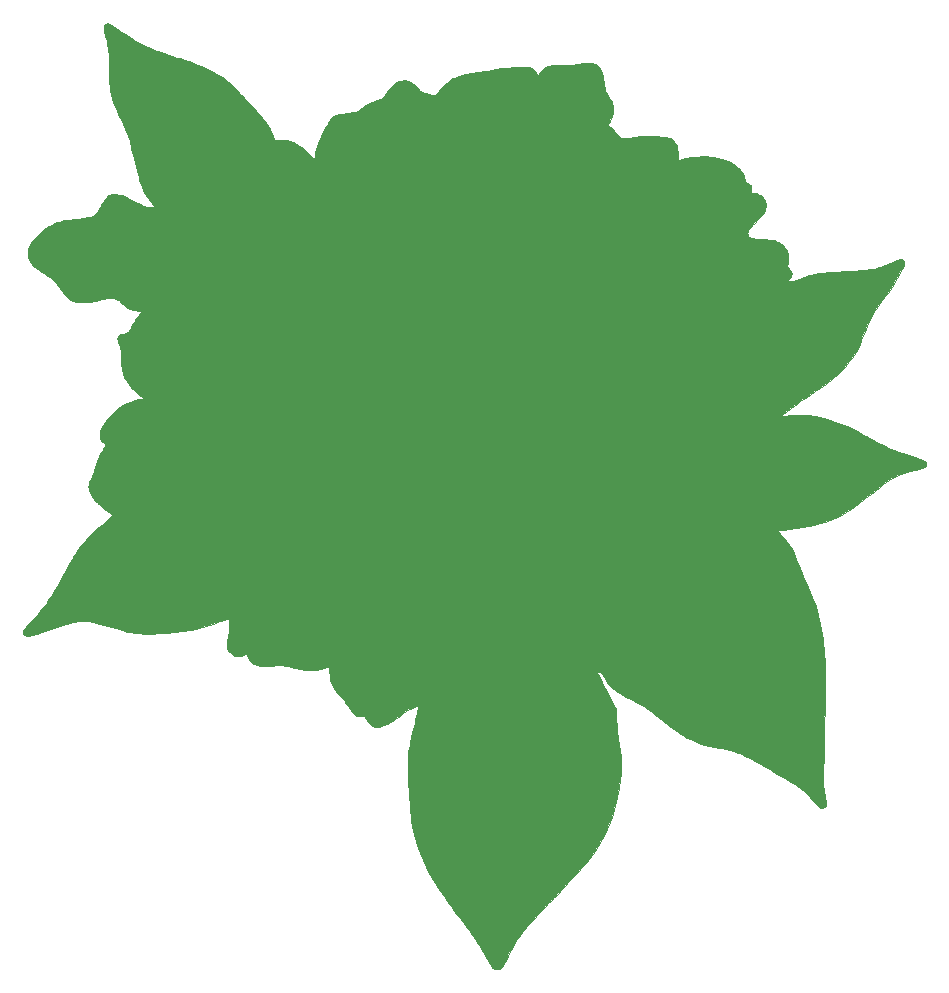
<source format=gbr>
%TF.GenerationSoftware,KiCad,Pcbnew,7.0.1*%
%TF.CreationDate,2023-06-01T23:30:30-07:00*%
%TF.ProjectId,flower,666c6f77-6572-42e6-9b69-6361645f7063,rev?*%
%TF.SameCoordinates,Original*%
%TF.FileFunction,Soldermask,Top*%
%TF.FilePolarity,Negative*%
%FSLAX46Y46*%
G04 Gerber Fmt 4.6, Leading zero omitted, Abs format (unit mm)*
G04 Created by KiCad (PCBNEW 7.0.1) date 2023-06-01 23:30:30*
%MOMM*%
%LPD*%
G01*
G04 APERTURE LIST*
%ADD10C,0.010000*%
G04 APERTURE END LIST*
%TO.C,G\u002A\u002A\u002A*%
D10*
X20760940Y-12507845D02*
X20848660Y-12539078D01*
X20901048Y-12567113D01*
X20981164Y-12615464D01*
X21089976Y-12684773D01*
X21228455Y-12775684D01*
X21397573Y-12888840D01*
X21598298Y-13024883D01*
X21831602Y-13184456D01*
X22054964Y-13338186D01*
X22525456Y-13646665D01*
X23020904Y-13941275D01*
X23524091Y-14211823D01*
X23568381Y-14234247D01*
X23827484Y-14362231D01*
X24082241Y-14482602D01*
X24337435Y-14597199D01*
X24597849Y-14707865D01*
X24868266Y-14816441D01*
X25153470Y-14924766D01*
X25458243Y-15034683D01*
X25787370Y-15148033D01*
X26145633Y-15266655D01*
X26537815Y-15392392D01*
X26753964Y-15460330D01*
X27130562Y-15579689D01*
X27471273Y-15691456D01*
X27781433Y-15797677D01*
X28066376Y-15900399D01*
X28331436Y-16001667D01*
X28581950Y-16103528D01*
X28823251Y-16208028D01*
X29060674Y-16317214D01*
X29299555Y-16433131D01*
X29330801Y-16448704D01*
X29758884Y-16675183D01*
X30147299Y-16907069D01*
X30498536Y-17145939D01*
X30794545Y-17376190D01*
X30893046Y-17462032D01*
X31016671Y-17576092D01*
X31162240Y-17715104D01*
X31326577Y-17875805D01*
X31506502Y-18054931D01*
X31698837Y-18249216D01*
X31900403Y-18455397D01*
X32108022Y-18670208D01*
X32318516Y-18890386D01*
X32528706Y-19112667D01*
X32735413Y-19333785D01*
X32935460Y-19550476D01*
X33125667Y-19759477D01*
X33250090Y-19898145D01*
X33446514Y-20119978D01*
X33616376Y-20315288D01*
X33762648Y-20487880D01*
X33888304Y-20641559D01*
X33996318Y-20780128D01*
X34089664Y-20907393D01*
X34171314Y-21027156D01*
X34244244Y-21143223D01*
X34304719Y-21247378D01*
X34378988Y-21385138D01*
X34453669Y-21533001D01*
X34526099Y-21684774D01*
X34593618Y-21834264D01*
X34653562Y-21975281D01*
X34703271Y-22101631D01*
X34740083Y-22207123D01*
X34761336Y-22285563D01*
X34765547Y-22319470D01*
X34765446Y-22330277D01*
X34768135Y-22338819D01*
X34778102Y-22345401D01*
X34799836Y-22350328D01*
X34837826Y-22353906D01*
X34896559Y-22356440D01*
X34980525Y-22358235D01*
X35094212Y-22359596D01*
X35242107Y-22360830D01*
X35389964Y-22361944D01*
X35549544Y-22363455D01*
X35674338Y-22365691D01*
X35771892Y-22369295D01*
X35849752Y-22374912D01*
X35915465Y-22383185D01*
X35976578Y-22394760D01*
X36040637Y-22410280D01*
X36080397Y-22420876D01*
X36328812Y-22503120D01*
X36570407Y-22614408D01*
X36812197Y-22758428D01*
X37051547Y-22931322D01*
X37100928Y-22973033D01*
X37175258Y-23040076D01*
X37269601Y-23127796D01*
X37379026Y-23231538D01*
X37498598Y-23346648D01*
X37623384Y-23468471D01*
X37678396Y-23522728D01*
X38167661Y-24006862D01*
X38182768Y-23830784D01*
X38207889Y-23612245D01*
X38246577Y-23392342D01*
X38300208Y-23167472D01*
X38370155Y-22934029D01*
X38457795Y-22688409D01*
X38564501Y-22427008D01*
X38691648Y-22146221D01*
X38840611Y-21842442D01*
X39012764Y-21512069D01*
X39193864Y-21179635D01*
X39314598Y-20965915D01*
X39421319Y-20787221D01*
X39517345Y-20639959D01*
X39605999Y-20520532D01*
X39690598Y-20425345D01*
X39774464Y-20350804D01*
X39860917Y-20293311D01*
X39953275Y-20249274D01*
X40054860Y-20215094D01*
X40094286Y-20204522D01*
X40148778Y-20193653D01*
X40238108Y-20179307D01*
X40355018Y-20162494D01*
X40492250Y-20144224D01*
X40642549Y-20125507D01*
X40766297Y-20111006D01*
X41009838Y-20082389D01*
X41216383Y-20055398D01*
X41391130Y-20028257D01*
X41539280Y-19999189D01*
X41666032Y-19966418D01*
X41776586Y-19928166D01*
X41876141Y-19882658D01*
X41969896Y-19828116D01*
X42063053Y-19762763D01*
X42160809Y-19684824D01*
X42258547Y-19601114D01*
X42397124Y-19487614D01*
X42537908Y-19389275D01*
X42688870Y-19301911D01*
X42857978Y-19221333D01*
X43053203Y-19143355D01*
X43279071Y-19064920D01*
X43441377Y-19010617D01*
X43575447Y-18961986D01*
X43687356Y-18914441D01*
X43783181Y-18863395D01*
X43868998Y-18804260D01*
X43950882Y-18732451D01*
X44034910Y-18643379D01*
X44127159Y-18532458D01*
X44233703Y-18395101D01*
X44322989Y-18276846D01*
X44475430Y-18081779D01*
X44625048Y-17905381D01*
X44768017Y-17751637D01*
X44900510Y-17624532D01*
X45018703Y-17528051D01*
X45082466Y-17485747D01*
X45206990Y-17418635D01*
X45323654Y-17372014D01*
X45446156Y-17342157D01*
X45588196Y-17325337D01*
X45692335Y-17319811D01*
X45854603Y-17319726D01*
X45998753Y-17333978D01*
X46130959Y-17365572D01*
X46257396Y-17417511D01*
X46384239Y-17492800D01*
X46517661Y-17594444D01*
X46663838Y-17725445D01*
X46798797Y-17858140D01*
X46930619Y-17989524D01*
X47040751Y-18093588D01*
X47135484Y-18174782D01*
X47221110Y-18237551D01*
X47303920Y-18286344D01*
X47390208Y-18325609D01*
X47486264Y-18359792D01*
X47526006Y-18372184D01*
X47657494Y-18411142D01*
X47794927Y-18450275D01*
X47931529Y-18487816D01*
X48060520Y-18522000D01*
X48175124Y-18551064D01*
X48268561Y-18573242D01*
X48334055Y-18586769D01*
X48363012Y-18590129D01*
X48414286Y-18568460D01*
X48481547Y-18509037D01*
X48565092Y-18411539D01*
X48665220Y-18275649D01*
X48692604Y-18236040D01*
X48901487Y-17957969D01*
X49125454Y-17714945D01*
X49370476Y-17501881D01*
X49642520Y-17313691D01*
X49947554Y-17145288D01*
X50005800Y-17116982D01*
X50222647Y-17019263D01*
X50436957Y-16935194D01*
X50655587Y-16863028D01*
X50885392Y-16801021D01*
X51133226Y-16747426D01*
X51405947Y-16700499D01*
X51710408Y-16658492D01*
X51889230Y-16637375D01*
X52217459Y-16596240D01*
X52542074Y-16547419D01*
X52849994Y-16493037D01*
X53117306Y-16437675D01*
X53292164Y-16400687D01*
X53474679Y-16367150D01*
X53668460Y-16336713D01*
X53877120Y-16309028D01*
X54104268Y-16283748D01*
X54353517Y-16260522D01*
X54628478Y-16239004D01*
X54932762Y-16218843D01*
X55269979Y-16199693D01*
X55643741Y-16181203D01*
X55888230Y-16170230D01*
X56468662Y-16145033D01*
X56695231Y-16376438D01*
X56831339Y-16523388D01*
X56931834Y-16650110D01*
X56997569Y-16757887D01*
X57029394Y-16847996D01*
X57032881Y-16883950D01*
X57034767Y-16922907D01*
X57047556Y-16925816D01*
X57077626Y-16900528D01*
X57106874Y-16867528D01*
X57153070Y-16807825D01*
X57209781Y-16730008D01*
X57268349Y-16645936D01*
X57388528Y-16481258D01*
X57504838Y-16350160D01*
X57624738Y-16248359D01*
X57755690Y-16171575D01*
X57905155Y-16115525D01*
X58080594Y-16075927D01*
X58289468Y-16048501D01*
X58313464Y-16046170D01*
X58425174Y-16037827D01*
X58562654Y-16030886D01*
X58709346Y-16026020D01*
X58848693Y-16023899D01*
X58863797Y-16023862D01*
X59020270Y-16022375D01*
X59200018Y-16018439D01*
X59394246Y-16012435D01*
X59594158Y-16004749D01*
X59790959Y-15995765D01*
X59975854Y-15985866D01*
X60140048Y-15975438D01*
X60274744Y-15964864D01*
X60324297Y-15960066D01*
X60445762Y-15943442D01*
X60583270Y-15918757D01*
X60712443Y-15890529D01*
X60747631Y-15881593D01*
X60845813Y-15857306D01*
X60932657Y-15840961D01*
X61021672Y-15831035D01*
X61126369Y-15826008D01*
X61255631Y-15824373D01*
X61427550Y-15827303D01*
X61569590Y-15839035D01*
X61693719Y-15861990D01*
X61811907Y-15898592D01*
X61936125Y-15951264D01*
X61975297Y-15970043D01*
X62146651Y-16069538D01*
X62281035Y-16183974D01*
X62382515Y-16317889D01*
X62455156Y-16475824D01*
X62470182Y-16522600D01*
X62498752Y-16632131D01*
X62531619Y-16781991D01*
X62568450Y-16970429D01*
X62608909Y-17195694D01*
X62652662Y-17456037D01*
X62673644Y-17586098D01*
X62706524Y-17782814D01*
X62737985Y-17945110D01*
X62770802Y-18080690D01*
X62807750Y-18197259D01*
X62851602Y-18302522D01*
X62905133Y-18404183D01*
X62971118Y-18509948D01*
X63044884Y-18617040D01*
X63146697Y-18777167D01*
X63245694Y-18963234D01*
X63333912Y-19159164D01*
X63396025Y-19326123D01*
X63420910Y-19405724D01*
X63437747Y-19474340D01*
X63448074Y-19544001D01*
X63453425Y-19626735D01*
X63455337Y-19734571D01*
X63455484Y-19791790D01*
X63455018Y-19908762D01*
X63452152Y-19996468D01*
X63444758Y-20067976D01*
X63430709Y-20136353D01*
X63407879Y-20214665D01*
X63374140Y-20315979D01*
X63366525Y-20338309D01*
X63292103Y-20537221D01*
X63209391Y-20724829D01*
X63122747Y-20892331D01*
X63036528Y-21030921D01*
X62998045Y-21082747D01*
X62913613Y-21188789D01*
X62994788Y-21188908D01*
X63076707Y-21193843D01*
X63151206Y-21210789D01*
X63223008Y-21243340D01*
X63296839Y-21295088D01*
X63377422Y-21369625D01*
X63469482Y-21470545D01*
X63577743Y-21601440D01*
X63639197Y-21678960D01*
X63758456Y-21830177D01*
X63856603Y-21951261D01*
X63938444Y-22045549D01*
X64008789Y-22116378D01*
X64072444Y-22167085D01*
X64134217Y-22201008D01*
X64198916Y-22221483D01*
X64271349Y-22231849D01*
X64356323Y-22235441D01*
X64441214Y-22235665D01*
X64538091Y-22233823D01*
X64629284Y-22228181D01*
X64724371Y-22217454D01*
X64832935Y-22200358D01*
X64964556Y-22175610D01*
X65107964Y-22146292D01*
X65291487Y-22109496D01*
X65449260Y-22081932D01*
X65596328Y-22061519D01*
X65747735Y-22046176D01*
X65918524Y-22033822D01*
X65922881Y-22033551D01*
X66180077Y-22022273D01*
X66449883Y-22018932D01*
X66726018Y-22023058D01*
X67002202Y-22034182D01*
X67272154Y-22051834D01*
X67529594Y-22075546D01*
X67768242Y-22104847D01*
X67981818Y-22139269D01*
X68164041Y-22178343D01*
X68272381Y-22209118D01*
X68410467Y-22275871D01*
X68537294Y-22381327D01*
X68651164Y-22522950D01*
X68750380Y-22698204D01*
X68833246Y-22904551D01*
X68898064Y-23139458D01*
X68899665Y-23146706D01*
X68911566Y-23218228D01*
X68923706Y-23321354D01*
X68935066Y-23445370D01*
X68944628Y-23579565D01*
X68949632Y-23672214D01*
X68955927Y-23794364D01*
X68962670Y-23901462D01*
X68969319Y-23986503D01*
X68975334Y-24042481D01*
X68979713Y-24062178D01*
X69003592Y-24061059D01*
X69059514Y-24048805D01*
X69139290Y-24027456D01*
X69234732Y-23999051D01*
X69240900Y-23997128D01*
X69366919Y-23958463D01*
X69472258Y-23928382D01*
X69568869Y-23904197D01*
X69668703Y-23883217D01*
X69783711Y-23862753D01*
X69925844Y-23840116D01*
X69965714Y-23834000D01*
X70291621Y-23793478D01*
X70637326Y-23767288D01*
X70990552Y-23755624D01*
X71339026Y-23758680D01*
X71670471Y-23776652D01*
X71923631Y-23803006D01*
X72261896Y-23860641D01*
X72593069Y-23942785D01*
X72912523Y-24047228D01*
X73215630Y-24171762D01*
X73497763Y-24314175D01*
X73754294Y-24472260D01*
X73980596Y-24643805D01*
X74172043Y-24826601D01*
X74245431Y-24911745D01*
X74362460Y-25074606D01*
X74452832Y-25243082D01*
X74522373Y-25429720D01*
X74568318Y-25606822D01*
X74592503Y-25707415D01*
X74617725Y-25797261D01*
X74640717Y-25865485D01*
X74655781Y-25897921D01*
X74692871Y-25933178D01*
X74761171Y-25978300D01*
X74852363Y-26027993D01*
X74885980Y-26044454D01*
X74990922Y-26097525D01*
X75061993Y-26145099D01*
X75104875Y-26196756D01*
X75125254Y-26262077D01*
X75128814Y-26350645D01*
X75123378Y-26444603D01*
X75115099Y-26544318D01*
X75105604Y-26644262D01*
X75096841Y-26724052D01*
X75096203Y-26729165D01*
X75082151Y-26840290D01*
X75261128Y-26840289D01*
X75447830Y-26848825D01*
X75609739Y-26873668D01*
X75740221Y-26913672D01*
X75772509Y-26928593D01*
X75849069Y-26978270D01*
X75940566Y-27053744D01*
X76038053Y-27145856D01*
X76132585Y-27245450D01*
X76215215Y-27343368D01*
X76276997Y-27430454D01*
X76295993Y-27464434D01*
X76348140Y-27612284D01*
X76373854Y-27783198D01*
X76373652Y-27967593D01*
X76348054Y-28155889D01*
X76297579Y-28338504D01*
X76241553Y-28470276D01*
X76161997Y-28607502D01*
X76057644Y-28750659D01*
X75925088Y-28903808D01*
X75760923Y-29071008D01*
X75647582Y-29178147D01*
X75438965Y-29373989D01*
X75264130Y-29544856D01*
X75122849Y-29690986D01*
X75014898Y-29812614D01*
X74940050Y-29909979D01*
X74919881Y-29941263D01*
X74856256Y-30079825D01*
X74834653Y-30213365D01*
X74855039Y-30341611D01*
X74917382Y-30464289D01*
X74993102Y-30553933D01*
X75036398Y-30590981D01*
X75088965Y-30622608D01*
X75154813Y-30649541D01*
X75237956Y-30672504D01*
X75342406Y-30692220D01*
X75472173Y-30709416D01*
X75631272Y-30724816D01*
X75823714Y-30739144D01*
X76053511Y-30753124D01*
X76114631Y-30756507D01*
X76399987Y-30775243D01*
X76648168Y-30798859D01*
X76864161Y-30828424D01*
X77052953Y-30865011D01*
X77219531Y-30909689D01*
X77368882Y-30963531D01*
X77505992Y-31027607D01*
X77586499Y-31072622D01*
X77710091Y-31160636D01*
X77836869Y-31276245D01*
X77955264Y-31407367D01*
X78053710Y-31541917D01*
X78083933Y-31592236D01*
X78177184Y-31788841D01*
X78246885Y-31998850D01*
X78292045Y-32214195D01*
X78311673Y-32426807D01*
X78304778Y-32628617D01*
X78270369Y-32811557D01*
X78243468Y-32891103D01*
X78220645Y-32960025D01*
X78209506Y-33017931D01*
X78210603Y-33043613D01*
X78229546Y-33075129D01*
X78270706Y-33128893D01*
X78327280Y-33196333D01*
X78370071Y-33244517D01*
X78478646Y-33381107D01*
X78546696Y-33509769D01*
X78574319Y-33634481D01*
X78561614Y-33759223D01*
X78508681Y-33887973D01*
X78415619Y-34024710D01*
X78390249Y-34055689D01*
X78316663Y-34153817D01*
X78279366Y-34230663D01*
X78278478Y-34286949D01*
X78314121Y-34323393D01*
X78386416Y-34340715D01*
X78438469Y-34342406D01*
X78476495Y-34339747D01*
X78523813Y-34331934D01*
X78584010Y-34317830D01*
X78660674Y-34296300D01*
X78757394Y-34266209D01*
X78877758Y-34226420D01*
X79025355Y-34175799D01*
X79203773Y-34113210D01*
X79416599Y-34037517D01*
X79528803Y-33997354D01*
X79712714Y-33933449D01*
X79892315Y-33875634D01*
X80070973Y-33823433D01*
X80252055Y-33776371D01*
X80438928Y-33733973D01*
X80634959Y-33695765D01*
X80843515Y-33661271D01*
X81067964Y-33630017D01*
X81311671Y-33601527D01*
X81578005Y-33575327D01*
X81870333Y-33550942D01*
X82192020Y-33527897D01*
X82546435Y-33505716D01*
X82936944Y-33483925D01*
X83300714Y-33465308D01*
X83692379Y-33444920D01*
X84045600Y-33424043D01*
X84364265Y-33401916D01*
X84652262Y-33377776D01*
X84913479Y-33350859D01*
X85151804Y-33320404D01*
X85371126Y-33285647D01*
X85575332Y-33245825D01*
X85768311Y-33200177D01*
X85953951Y-33147938D01*
X86136140Y-33088347D01*
X86318766Y-33020640D01*
X86505718Y-32944056D01*
X86700883Y-32857831D01*
X86908149Y-32761202D01*
X86920863Y-32755148D01*
X87130493Y-32657355D01*
X87306884Y-32579867D01*
X87453256Y-32521475D01*
X87572827Y-32480969D01*
X87668818Y-32457138D01*
X87735131Y-32449051D01*
X87836486Y-32446230D01*
X87906692Y-32450075D01*
X87956745Y-32463253D01*
X87997640Y-32488429D01*
X88033580Y-32521423D01*
X88078929Y-32573215D01*
X88100002Y-32622052D01*
X88105516Y-32689301D01*
X88105547Y-32697844D01*
X88098482Y-32775626D01*
X88080193Y-32869259D01*
X88060971Y-32938085D01*
X87994585Y-33116690D01*
X87904620Y-33322669D01*
X87794237Y-33550578D01*
X87666597Y-33794975D01*
X87524864Y-34050414D01*
X87372197Y-34311453D01*
X87211759Y-34572647D01*
X87046711Y-34828553D01*
X86880216Y-35073727D01*
X86715433Y-35302725D01*
X86599161Y-35455123D01*
X86524640Y-35550142D01*
X86433168Y-35666831D01*
X86333887Y-35793526D01*
X86235940Y-35918560D01*
X86184465Y-35984290D01*
X86026164Y-36192553D01*
X85868829Y-36410929D01*
X85718834Y-36630018D01*
X85582549Y-36840423D01*
X85466346Y-37032746D01*
X85429356Y-37098091D01*
X85365477Y-37217978D01*
X85299100Y-37352013D01*
X85228428Y-37504314D01*
X85151662Y-37679001D01*
X85067006Y-37880191D01*
X84972663Y-38112002D01*
X84866834Y-38378552D01*
X84834521Y-38460938D01*
X84660520Y-38894828D01*
X84492274Y-39291107D01*
X84327459Y-39653718D01*
X84163754Y-39986605D01*
X83998837Y-40293712D01*
X83830384Y-40578983D01*
X83656073Y-40846361D01*
X83473583Y-41099791D01*
X83280589Y-41343216D01*
X83074771Y-41580581D01*
X82866797Y-41802460D01*
X82715813Y-41955143D01*
X82565191Y-42100901D01*
X82411328Y-42242575D01*
X82250620Y-42383003D01*
X82079465Y-42525025D01*
X81894258Y-42671481D01*
X81691396Y-42825210D01*
X81467276Y-42989052D01*
X81218294Y-43165847D01*
X80940847Y-43358433D01*
X80631332Y-43569651D01*
X80580797Y-43603873D01*
X80220594Y-43849400D01*
X79886737Y-44080687D01*
X79581321Y-44296243D01*
X79306443Y-44494575D01*
X79064197Y-44674190D01*
X78887464Y-44809511D01*
X78519907Y-45085279D01*
X78171389Y-45324604D01*
X77840760Y-45528255D01*
X77663666Y-45626644D01*
X77581277Y-45671446D01*
X77517134Y-45708085D01*
X77477710Y-45732734D01*
X77469297Y-45741567D01*
X77495387Y-45739994D01*
X77557796Y-45735522D01*
X77650645Y-45728594D01*
X77768050Y-45719654D01*
X77904132Y-45709143D01*
X78030214Y-45699297D01*
X78437457Y-45670446D01*
X78809341Y-45651155D01*
X79151833Y-45641810D01*
X79470902Y-45642800D01*
X79772516Y-45654512D01*
X80062643Y-45677334D01*
X80347252Y-45711652D01*
X80632311Y-45757854D01*
X80923787Y-45816328D01*
X81227649Y-45887461D01*
X81330764Y-45913549D01*
X81794447Y-46044311D01*
X82264802Y-46200166D01*
X82745048Y-46382489D01*
X83238407Y-46592652D01*
X83748099Y-46832030D01*
X84277346Y-47101995D01*
X84829367Y-47403922D01*
X84840549Y-47410232D01*
X85075733Y-47542699D01*
X85279968Y-47656919D01*
X85458909Y-47755911D01*
X85618211Y-47842695D01*
X85763528Y-47920292D01*
X85900515Y-47991720D01*
X86034827Y-48060000D01*
X86172118Y-48128153D01*
X86315944Y-48198183D01*
X86550776Y-48309865D01*
X86772941Y-48411408D01*
X86989294Y-48505476D01*
X87206687Y-48594733D01*
X87431976Y-48681843D01*
X87672013Y-48769471D01*
X87933654Y-48860281D01*
X88223751Y-48956936D01*
X88488980Y-49042843D01*
X88766291Y-49132025D01*
X89005973Y-49209986D01*
X89210817Y-49278082D01*
X89383616Y-49337670D01*
X89527162Y-49390105D01*
X89644248Y-49436743D01*
X89737666Y-49478941D01*
X89810208Y-49518054D01*
X89864666Y-49555440D01*
X89903833Y-49592454D01*
X89930500Y-49630451D01*
X89947461Y-49670789D01*
X89957507Y-49714824D01*
X89962942Y-49758707D01*
X89957011Y-49873973D01*
X89914530Y-49968324D01*
X89844286Y-50036769D01*
X89775656Y-50074321D01*
X89668553Y-50116434D01*
X89522231Y-50163334D01*
X89335946Y-50215247D01*
X89108954Y-50272401D01*
X88931047Y-50314354D01*
X88620890Y-50389808D01*
X88333672Y-50468783D01*
X88064796Y-50553703D01*
X87809668Y-50646994D01*
X87563691Y-50751081D01*
X87322268Y-50868388D01*
X87080805Y-51001341D01*
X86834704Y-51152363D01*
X86579370Y-51323880D01*
X86310207Y-51518317D01*
X86022619Y-51738098D01*
X85712010Y-51985648D01*
X85617470Y-52062571D01*
X85327438Y-52298579D01*
X85065232Y-52509850D01*
X84826765Y-52699465D01*
X84607954Y-52870502D01*
X84404714Y-53026044D01*
X84212959Y-53169170D01*
X84028604Y-53302961D01*
X83847565Y-53430498D01*
X83665756Y-53554861D01*
X83479092Y-53679131D01*
X83438297Y-53705894D01*
X83167140Y-53879495D01*
X82919397Y-54029297D01*
X82686815Y-54159593D01*
X82461138Y-54274679D01*
X82234115Y-54378849D01*
X81997489Y-54476397D01*
X81847680Y-54533457D01*
X81423402Y-54679370D01*
X80964082Y-54816214D01*
X80476303Y-54942617D01*
X79966649Y-55057210D01*
X79441704Y-55158622D01*
X78908053Y-55245484D01*
X78372280Y-55316425D01*
X77840969Y-55370074D01*
X77818547Y-55371954D01*
X77704675Y-55381662D01*
X77594693Y-55391465D01*
X77501732Y-55400169D01*
X77442645Y-55406164D01*
X77331326Y-55418384D01*
X77669198Y-55777124D01*
X77845966Y-55967165D01*
X78001642Y-56140744D01*
X78139293Y-56302949D01*
X78261984Y-56458871D01*
X78372782Y-56613597D01*
X78474754Y-56772218D01*
X78570964Y-56939823D01*
X78664480Y-57121499D01*
X78758368Y-57322338D01*
X78855693Y-57547427D01*
X78959523Y-57801856D01*
X79072923Y-58090714D01*
X79090454Y-58136048D01*
X79273555Y-58602631D01*
X79456196Y-59051945D01*
X79644658Y-59499007D01*
X79845223Y-59958838D01*
X79965500Y-60228259D01*
X80153353Y-60655889D01*
X80321519Y-61061308D01*
X80471588Y-61450503D01*
X80605151Y-61829462D01*
X80723800Y-62204170D01*
X80829124Y-62580616D01*
X80922715Y-62964785D01*
X81006164Y-63362664D01*
X81081062Y-63780241D01*
X81148998Y-64223502D01*
X81211565Y-64698434D01*
X81256970Y-65088456D01*
X81286124Y-65361045D01*
X81311102Y-65617059D01*
X81332192Y-65862607D01*
X81349680Y-66103797D01*
X81363851Y-66346735D01*
X81374992Y-66597531D01*
X81383390Y-66862292D01*
X81389330Y-67147125D01*
X81393099Y-67458139D01*
X81394982Y-67801441D01*
X81395330Y-68041206D01*
X81394792Y-68304073D01*
X81393137Y-68604833D01*
X81390440Y-68939059D01*
X81386775Y-69302330D01*
X81382215Y-69690218D01*
X81376834Y-70098302D01*
X81370706Y-70522154D01*
X81363905Y-70957353D01*
X81356505Y-71399472D01*
X81348579Y-71844087D01*
X81340201Y-72286774D01*
X81331446Y-72723109D01*
X81322387Y-73148667D01*
X81313098Y-73559023D01*
X81303652Y-73949753D01*
X81294124Y-74316433D01*
X81285486Y-74624040D01*
X81276968Y-74942749D01*
X81270129Y-75256565D01*
X81264968Y-75561843D01*
X81261483Y-75854938D01*
X81259673Y-76132205D01*
X81259537Y-76390000D01*
X81261074Y-76624679D01*
X81264282Y-76832595D01*
X81269161Y-77010105D01*
X81275709Y-77153564D01*
X81283925Y-77259328D01*
X81286366Y-77280456D01*
X81298903Y-77370203D01*
X81317449Y-77491264D01*
X81340336Y-77633320D01*
X81365895Y-77786055D01*
X81392457Y-77939150D01*
X81397491Y-77967497D01*
X81433050Y-78176306D01*
X81458297Y-78347718D01*
X81473454Y-78485337D01*
X81478741Y-78592768D01*
X81474377Y-78673617D01*
X81460583Y-78731488D01*
X81445884Y-78759621D01*
X81407928Y-78799545D01*
X81349667Y-78846375D01*
X81314740Y-78870164D01*
X81249699Y-78906170D01*
X81187576Y-78927207D01*
X81125305Y-78931267D01*
X81059823Y-78916342D01*
X80988067Y-78880421D01*
X80906973Y-78821497D01*
X80813477Y-78737559D01*
X80704517Y-78626600D01*
X80577027Y-78486610D01*
X80427946Y-78315580D01*
X80375313Y-78254123D01*
X80257667Y-78118481D01*
X80141948Y-77990105D01*
X80025994Y-77867494D01*
X79907646Y-77749145D01*
X79784746Y-77633557D01*
X79655132Y-77519228D01*
X79516645Y-77404656D01*
X79367127Y-77288339D01*
X79204416Y-77168776D01*
X79026353Y-77044464D01*
X78830779Y-76913902D01*
X78615534Y-76775588D01*
X78378459Y-76628019D01*
X78117393Y-76469696D01*
X77830177Y-76299114D01*
X77514651Y-76114774D01*
X77168656Y-75915172D01*
X76790032Y-75698807D01*
X76376620Y-75464177D01*
X76305131Y-75423726D01*
X75943433Y-75219812D01*
X75615238Y-75036412D01*
X75317734Y-74872279D01*
X75048114Y-74726166D01*
X74803567Y-74596824D01*
X74581284Y-74483006D01*
X74378456Y-74383464D01*
X74192274Y-74296950D01*
X74019927Y-74222217D01*
X73858606Y-74158017D01*
X73705503Y-74103102D01*
X73557807Y-74056224D01*
X73412709Y-74016136D01*
X73267399Y-73981589D01*
X73119069Y-73951337D01*
X72964909Y-73924131D01*
X72907881Y-73914912D01*
X72673028Y-73877461D01*
X72474301Y-73845093D01*
X72305941Y-73816738D01*
X72162187Y-73791329D01*
X72037282Y-73767796D01*
X71925466Y-73745070D01*
X71820981Y-73722082D01*
X71718068Y-73697764D01*
X71657887Y-73682893D01*
X71166981Y-73544882D01*
X70689945Y-73379205D01*
X70214571Y-73181407D01*
X69967794Y-73066222D01*
X69758842Y-72963449D01*
X69576608Y-72869302D01*
X69408507Y-72776686D01*
X69241952Y-72678502D01*
X69064357Y-72567653D01*
X68931560Y-72481873D01*
X68841743Y-72422971D01*
X68759750Y-72368327D01*
X68681968Y-72315185D01*
X68604788Y-72260790D01*
X68524599Y-72202389D01*
X68437792Y-72137226D01*
X68340756Y-72062545D01*
X68229880Y-71975593D01*
X68101554Y-71873615D01*
X67952168Y-71753856D01*
X67778112Y-71613560D01*
X67575775Y-71449974D01*
X67519197Y-71404183D01*
X67355216Y-71271832D01*
X67194121Y-71142532D01*
X67040387Y-71019825D01*
X66898490Y-70907254D01*
X66772905Y-70808362D01*
X66668110Y-70726690D01*
X66588579Y-70665782D01*
X66550883Y-70637794D01*
X66360231Y-70506601D01*
X66134932Y-70364214D01*
X65873881Y-70209993D01*
X65575974Y-70043298D01*
X65240104Y-69863491D01*
X64970381Y-69723620D01*
X64720483Y-69594777D01*
X64504506Y-69481547D01*
X64318111Y-69381425D01*
X64156960Y-69291904D01*
X64016715Y-69210478D01*
X63893036Y-69134641D01*
X63781585Y-69061887D01*
X63678024Y-68989710D01*
X63598790Y-68931340D01*
X63392976Y-68763557D01*
X63213387Y-68587902D01*
X63052651Y-68395621D01*
X62903395Y-68177962D01*
X62768896Y-67945956D01*
X62682265Y-67788672D01*
X62609491Y-67665182D01*
X62546198Y-67571074D01*
X62488007Y-67501939D01*
X62430542Y-67453365D01*
X62369425Y-67420941D01*
X62300278Y-67400256D01*
X62218725Y-67386901D01*
X62213422Y-67386246D01*
X62140556Y-67379923D01*
X62102226Y-67383888D01*
X62091714Y-67397606D01*
X62101371Y-67423384D01*
X62129673Y-67484677D01*
X62175611Y-67579500D01*
X62238181Y-67705871D01*
X62316376Y-67861808D01*
X62409190Y-68045328D01*
X62515615Y-68254448D01*
X62634647Y-68487185D01*
X62765278Y-68741557D01*
X62906502Y-69015581D01*
X63057313Y-69307274D01*
X63216704Y-69614654D01*
X63229498Y-69639290D01*
X63674749Y-70496540D01*
X63709644Y-71078623D01*
X63736462Y-71505162D01*
X63763417Y-71892535D01*
X63790467Y-72240306D01*
X63817570Y-72548036D01*
X63844685Y-72815290D01*
X63871768Y-73041630D01*
X63898779Y-73226621D01*
X63925675Y-73369824D01*
X63932367Y-73399006D01*
X63963288Y-73540320D01*
X63996001Y-73711719D01*
X64028445Y-73901131D01*
X64058558Y-74096485D01*
X64084277Y-74285708D01*
X64085555Y-74295956D01*
X64095126Y-74401115D01*
X64102735Y-74541903D01*
X64108416Y-74711662D01*
X64112202Y-74903733D01*
X64114124Y-75111459D01*
X64114216Y-75328183D01*
X64112510Y-75547245D01*
X64109039Y-75761990D01*
X64103836Y-75965758D01*
X64096933Y-76151891D01*
X64088362Y-76313733D01*
X64078157Y-76444625D01*
X64074865Y-76476123D01*
X63971338Y-77227485D01*
X63831968Y-77964371D01*
X63657417Y-78684988D01*
X63448346Y-79387545D01*
X63205418Y-80070247D01*
X62929294Y-80731303D01*
X62620635Y-81368920D01*
X62280104Y-81981304D01*
X61908363Y-82566664D01*
X61734835Y-82815540D01*
X61615350Y-82979739D01*
X61492119Y-83144084D01*
X61363417Y-83310499D01*
X61227519Y-83480909D01*
X61082699Y-83657238D01*
X60927231Y-83841410D01*
X60759391Y-84035352D01*
X60577452Y-84240987D01*
X60379690Y-84460240D01*
X60164378Y-84695035D01*
X59929792Y-84947297D01*
X59674206Y-85218952D01*
X59395894Y-85511923D01*
X59093132Y-85828135D01*
X58764192Y-86169513D01*
X58407351Y-86537982D01*
X58281210Y-86667873D01*
X57973103Y-86985451D01*
X57692930Y-87275398D01*
X57438645Y-87539969D01*
X57208201Y-87781422D01*
X56999551Y-88002012D01*
X56810649Y-88203994D01*
X56639447Y-88389624D01*
X56483899Y-88561160D01*
X56341957Y-88720856D01*
X56211576Y-88870968D01*
X56090708Y-89013752D01*
X55977307Y-89151465D01*
X55869326Y-89286362D01*
X55764717Y-89420699D01*
X55667629Y-89548484D01*
X55561469Y-89691627D01*
X55463872Y-89827816D01*
X55372133Y-89961652D01*
X55283550Y-90097734D01*
X55195418Y-90240663D01*
X55105032Y-90395037D01*
X55009690Y-90565457D01*
X54906688Y-90756522D01*
X54793320Y-90972833D01*
X54666884Y-91218988D01*
X54548928Y-91451540D01*
X54460745Y-91625141D01*
X54375523Y-91791060D01*
X54295771Y-91944540D01*
X54224002Y-92080823D01*
X54162728Y-92195154D01*
X54114459Y-92282775D01*
X54081708Y-92338930D01*
X54074409Y-92350221D01*
X53986018Y-92454031D01*
X53896932Y-92516088D01*
X53782925Y-92556877D01*
X53654093Y-92575477D01*
X53528905Y-92570217D01*
X53464300Y-92555266D01*
X53383484Y-92524044D01*
X53307391Y-92486578D01*
X53245784Y-92448597D01*
X53208427Y-92415831D01*
X53201714Y-92401156D01*
X53190254Y-92371853D01*
X53159957Y-92318904D01*
X53116944Y-92252856D01*
X53108758Y-92241012D01*
X53033254Y-92128339D01*
X52940046Y-91981796D01*
X52831270Y-91804908D01*
X52709065Y-91601199D01*
X52575566Y-91374195D01*
X52432910Y-91127422D01*
X52418507Y-91102290D01*
X52281190Y-90863975D01*
X52152299Y-90643864D01*
X52029062Y-90437887D01*
X51908709Y-90241975D01*
X51788467Y-90052059D01*
X51665564Y-89864070D01*
X51537229Y-89673939D01*
X51400691Y-89477596D01*
X51253177Y-89270973D01*
X51091915Y-89050000D01*
X50914134Y-88810608D01*
X50717063Y-88548729D01*
X50497929Y-88260293D01*
X50356745Y-88075456D01*
X50014029Y-87623278D01*
X49698296Y-87197671D01*
X49407000Y-86794871D01*
X49137596Y-86411116D01*
X48887538Y-86042641D01*
X48654281Y-85685683D01*
X48435278Y-85336478D01*
X48227985Y-84991264D01*
X48029856Y-84646276D01*
X47994437Y-84582956D01*
X47657165Y-83947676D01*
X47356662Y-83318916D01*
X47093381Y-82697951D01*
X46867777Y-82086058D01*
X46680306Y-81484511D01*
X46531422Y-80894586D01*
X46421581Y-80317558D01*
X46386561Y-80074456D01*
X46354983Y-79814715D01*
X46322787Y-79519169D01*
X46290467Y-79194334D01*
X46258517Y-78846723D01*
X46227430Y-78482852D01*
X46197699Y-78109235D01*
X46169818Y-77732386D01*
X46144281Y-77358819D01*
X46121580Y-76995050D01*
X46102208Y-76647593D01*
X46086661Y-76322962D01*
X46075429Y-76027672D01*
X46072467Y-75927179D01*
X46066241Y-75605220D01*
X46065895Y-75302994D01*
X46072109Y-75015190D01*
X46085560Y-74736499D01*
X46106926Y-74461611D01*
X46136886Y-74185214D01*
X46176117Y-73902000D01*
X46225298Y-73606657D01*
X46285107Y-73293875D01*
X46356222Y-72958346D01*
X46439321Y-72594757D01*
X46535081Y-72197799D01*
X46563238Y-72084040D01*
X46648449Y-71737817D01*
X46722067Y-71430974D01*
X46784356Y-71162251D01*
X46835582Y-70930387D01*
X46876009Y-70734124D01*
X46905904Y-70572201D01*
X46925530Y-70443360D01*
X46935152Y-70346340D01*
X46936295Y-70310928D01*
X46931848Y-70270075D01*
X46909501Y-70260270D01*
X46878172Y-70265899D01*
X46805083Y-70288428D01*
X46704497Y-70326970D01*
X46586071Y-70377250D01*
X46459462Y-70434992D01*
X46334326Y-70495921D01*
X46220322Y-70555761D01*
X46207572Y-70562819D01*
X45959124Y-70709660D01*
X45685003Y-70887609D01*
X45384517Y-71097125D01*
X45221881Y-71215553D01*
X45034042Y-71352585D01*
X44872408Y-71466841D01*
X44730550Y-71562508D01*
X44602035Y-71643773D01*
X44480433Y-71714821D01*
X44359313Y-71779841D01*
X44339514Y-71789982D01*
X44088406Y-71904862D01*
X43852918Y-71986284D01*
X43634778Y-72033989D01*
X43435711Y-72047716D01*
X43257447Y-72027207D01*
X43107719Y-71975181D01*
X42978908Y-71895114D01*
X42848563Y-71783988D01*
X42724891Y-71651498D01*
X42616101Y-71507334D01*
X42530401Y-71361191D01*
X42478757Y-71232472D01*
X42456218Y-71167608D01*
X42433301Y-71120205D01*
X42421201Y-71105472D01*
X42392113Y-71099765D01*
X42328800Y-71094932D01*
X42239370Y-71091361D01*
X42131928Y-71089434D01*
X42078631Y-71089206D01*
X41761131Y-71089206D01*
X41627114Y-71016546D01*
X41495633Y-70927230D01*
X41368986Y-70803498D01*
X41244488Y-70642439D01*
X41157881Y-70507093D01*
X41073013Y-70368339D01*
X40982042Y-70224791D01*
X40890122Y-70084170D01*
X40802407Y-69954197D01*
X40724052Y-69842594D01*
X40660211Y-69757082D01*
X40642387Y-69734912D01*
X40598193Y-69683909D01*
X40531561Y-69610057D01*
X40449470Y-69520949D01*
X40358899Y-69424180D01*
X40291953Y-69353604D01*
X40104783Y-69151124D01*
X39948307Y-68965562D01*
X39819444Y-68789924D01*
X39715112Y-68617213D01*
X39632230Y-68440433D01*
X39567718Y-68252590D01*
X39518495Y-68046687D01*
X39481478Y-67815729D01*
X39453587Y-67552720D01*
X39443584Y-67427373D01*
X39431239Y-67267394D01*
X39420372Y-67145084D01*
X39410357Y-67055830D01*
X39400568Y-66995018D01*
X39390381Y-66958037D01*
X39379169Y-66940274D01*
X39377343Y-66938971D01*
X39351457Y-66941589D01*
X39294753Y-66957132D01*
X39215799Y-66982999D01*
X39130111Y-67013970D01*
X39009088Y-67056854D01*
X38867907Y-67102820D01*
X38727599Y-67145178D01*
X38648327Y-67167210D01*
X38566007Y-67188716D01*
X38497241Y-67205056D01*
X38434179Y-67216951D01*
X38368974Y-67225119D01*
X38293775Y-67230279D01*
X38200734Y-67233149D01*
X38082000Y-67234448D01*
X37929726Y-67234894D01*
X37908797Y-67234925D01*
X37755814Y-67234528D01*
X37622350Y-67232262D01*
X37501693Y-67227211D01*
X37387130Y-67218460D01*
X37271950Y-67205095D01*
X37149440Y-67186200D01*
X37012888Y-67160860D01*
X36855582Y-67128160D01*
X36670811Y-67087186D01*
X36451861Y-67037022D01*
X36444306Y-67035275D01*
X36198473Y-66979061D01*
X35987460Y-66932677D01*
X35805059Y-66895505D01*
X35645066Y-66866931D01*
X35501275Y-66846337D01*
X35367479Y-66833107D01*
X35237475Y-66826625D01*
X35105055Y-66826274D01*
X34964015Y-66831438D01*
X34808148Y-66841501D01*
X34634757Y-66855545D01*
X34431139Y-66870090D01*
X34223628Y-66879564D01*
X34018886Y-66884056D01*
X33823576Y-66883659D01*
X33644360Y-66878462D01*
X33487901Y-66868557D01*
X33360860Y-66854035D01*
X33276937Y-66837023D01*
X33077741Y-66765100D01*
X32910841Y-66668105D01*
X32772412Y-66543037D01*
X32658623Y-66386892D01*
X32624344Y-66325180D01*
X32579142Y-66231382D01*
X32536059Y-66130332D01*
X32499042Y-66032628D01*
X32472039Y-65948866D01*
X32458997Y-65889645D01*
X32458381Y-65879654D01*
X32454886Y-65862753D01*
X32440737Y-65855201D01*
X32410440Y-65858295D01*
X32358497Y-65873333D01*
X32279414Y-65901613D01*
X32167694Y-65944431D01*
X32142708Y-65954167D01*
X31965620Y-66017617D01*
X31815290Y-66057382D01*
X31683587Y-66073755D01*
X31562379Y-66067026D01*
X31443536Y-66037488D01*
X31318925Y-65985431D01*
X31315619Y-65983821D01*
X31208513Y-65916832D01*
X31095473Y-65821350D01*
X30986769Y-65707990D01*
X30892670Y-65587367D01*
X30828290Y-65480040D01*
X30797608Y-65416974D01*
X30776918Y-65366278D01*
X30764300Y-65317040D01*
X30757835Y-65258347D01*
X30755604Y-65179286D01*
X30755687Y-65068945D01*
X30755695Y-65067290D01*
X30758075Y-64940027D01*
X30765304Y-64833879D01*
X30779515Y-64732027D01*
X30802841Y-64617651D01*
X30824168Y-64527540D01*
X30858649Y-64382235D01*
X30885503Y-64256857D01*
X30906527Y-64139709D01*
X30923521Y-64019093D01*
X30938283Y-63883314D01*
X30952613Y-63720675D01*
X30957385Y-63661235D01*
X30965460Y-63532932D01*
X30970427Y-63397669D01*
X30972385Y-63263042D01*
X30971436Y-63136646D01*
X30967680Y-63026075D01*
X30961218Y-62938924D01*
X30952150Y-62882789D01*
X30946893Y-62869078D01*
X30928768Y-62863558D01*
X30886632Y-62869952D01*
X30818067Y-62889074D01*
X30720657Y-62921742D01*
X30591986Y-62968771D01*
X30429636Y-63030977D01*
X30231191Y-63109178D01*
X30204131Y-63119957D01*
X29623807Y-63333099D01*
X29009444Y-63523527D01*
X28362989Y-63690815D01*
X27686394Y-63834539D01*
X26981608Y-63954274D01*
X26250581Y-64049595D01*
X25685047Y-64104910D01*
X25505924Y-64117679D01*
X25296511Y-64128698D01*
X25064775Y-64137849D01*
X24818685Y-64145008D01*
X24566208Y-64150057D01*
X24315311Y-64152874D01*
X24073964Y-64153337D01*
X23850133Y-64151326D01*
X23651787Y-64146721D01*
X23486893Y-64139399D01*
X23472189Y-64138490D01*
X23269757Y-64123823D01*
X23077046Y-64105801D01*
X22889542Y-64083422D01*
X22702730Y-64055684D01*
X22512096Y-64021585D01*
X22313125Y-63980124D01*
X22101303Y-63930299D01*
X21872116Y-63871109D01*
X21621048Y-63801551D01*
X21343587Y-63720624D01*
X21035216Y-63627326D01*
X20700297Y-63523435D01*
X20324361Y-63409179D01*
X19984804Y-63313234D01*
X19680045Y-63235178D01*
X19408499Y-63174591D01*
X19324464Y-63158086D01*
X19231627Y-63141610D01*
X19145895Y-63129350D01*
X19058429Y-63120737D01*
X18960388Y-63115204D01*
X18842932Y-63112182D01*
X18697221Y-63111103D01*
X18594214Y-63111149D01*
X18431426Y-63111976D01*
X18301865Y-63114096D01*
X18196430Y-63118192D01*
X18106017Y-63124948D01*
X18021525Y-63135045D01*
X17933853Y-63149167D01*
X17833898Y-63167997D01*
X17832214Y-63168327D01*
X17681820Y-63199226D01*
X17531881Y-63233066D01*
X17378251Y-63271108D01*
X17216780Y-63314615D01*
X17043322Y-63364847D01*
X16853729Y-63423067D01*
X16643852Y-63490537D01*
X16409543Y-63568517D01*
X16146655Y-63658271D01*
X15851041Y-63761059D01*
X15641464Y-63834722D01*
X15354542Y-63935589D01*
X15104180Y-64022797D01*
X14887201Y-64097291D01*
X14700431Y-64160017D01*
X14540694Y-64211918D01*
X14404815Y-64253939D01*
X14289618Y-64287026D01*
X14191928Y-64312123D01*
X14108569Y-64330175D01*
X14036366Y-64342128D01*
X13972144Y-64348924D01*
X13912727Y-64351511D01*
X13904346Y-64351592D01*
X13786521Y-64340661D01*
X13687979Y-64303094D01*
X13600464Y-64233984D01*
X13515720Y-64128425D01*
X13506877Y-64115371D01*
X13486760Y-64081290D01*
X13474383Y-64047108D01*
X13471612Y-64010093D01*
X13480308Y-63967513D01*
X13502340Y-63916636D01*
X13539572Y-63854731D01*
X13593867Y-63779064D01*
X13667091Y-63686904D01*
X13761108Y-63575519D01*
X13877784Y-63442178D01*
X14018983Y-63284147D01*
X14186570Y-63098695D01*
X14244099Y-63035290D01*
X14502084Y-62749030D01*
X14735919Y-62484458D01*
X14948879Y-62236895D01*
X15144237Y-62001666D01*
X15325269Y-61774093D01*
X15495248Y-61549500D01*
X15657449Y-61323209D01*
X15815147Y-61090544D01*
X15971615Y-60846829D01*
X16130129Y-60587386D01*
X16293962Y-60307538D01*
X16466389Y-60002610D01*
X16650684Y-59667923D01*
X16817145Y-59360209D01*
X17027572Y-58971075D01*
X17221022Y-58618247D01*
X17398644Y-58299778D01*
X17561588Y-58013717D01*
X17711004Y-57758116D01*
X17848040Y-57531026D01*
X17973848Y-57330497D01*
X18089576Y-57154581D01*
X18196374Y-57001329D01*
X18257640Y-56918123D01*
X18514263Y-56593864D01*
X18803104Y-56258149D01*
X19117954Y-55917287D01*
X19452607Y-55577588D01*
X19800855Y-55245360D01*
X20156489Y-54926913D01*
X20499214Y-54639922D01*
X20604441Y-54553517D01*
X20711810Y-54462964D01*
X20810721Y-54377353D01*
X20890573Y-54305778D01*
X20911418Y-54286332D01*
X21059038Y-54146514D01*
X20985501Y-54069990D01*
X20938023Y-54024882D01*
X20867531Y-53963139D01*
X20784620Y-53893868D01*
X20721464Y-53843086D01*
X20545033Y-53703585D01*
X20397822Y-53586587D01*
X20275630Y-53488610D01*
X20174255Y-53406175D01*
X20089496Y-53335801D01*
X20017152Y-53274007D01*
X19953021Y-53217312D01*
X19892903Y-53162236D01*
X19843581Y-53115772D01*
X19634534Y-52898192D01*
X19450612Y-52668706D01*
X19295461Y-52432993D01*
X19172725Y-52196730D01*
X19086052Y-51965597D01*
X19071418Y-51913051D01*
X19047367Y-51796998D01*
X19039394Y-51687410D01*
X19048952Y-51576398D01*
X19077497Y-51456076D01*
X19126482Y-51318555D01*
X19197364Y-51155948D01*
X19219898Y-51107873D01*
X19359036Y-50794689D01*
X19498661Y-50441436D01*
X19637905Y-50050355D01*
X19684090Y-49911956D01*
X19773596Y-49646773D01*
X19858626Y-49411654D01*
X19943806Y-49195320D01*
X20033765Y-48986492D01*
X20133128Y-48773891D01*
X20235503Y-48567873D01*
X20298674Y-48442899D01*
X20355770Y-48328591D01*
X20403812Y-48231023D01*
X20439820Y-48156270D01*
X20460814Y-48110408D01*
X20464549Y-48100879D01*
X20466934Y-48073827D01*
X20448841Y-48051323D01*
X20402496Y-48026360D01*
X20363142Y-48009454D01*
X20238531Y-47937241D01*
X20135996Y-47836697D01*
X20063759Y-47716701D01*
X20045547Y-47666458D01*
X20014600Y-47492475D01*
X20017537Y-47298910D01*
X20052816Y-47089350D01*
X20118892Y-46867385D01*
X20214222Y-46636605D01*
X20337262Y-46400598D01*
X20486469Y-46162953D01*
X20660300Y-45927260D01*
X20857210Y-45697107D01*
X20922294Y-45627865D01*
X21178740Y-45377681D01*
X21440041Y-45157547D01*
X21711487Y-44964606D01*
X21998363Y-44796004D01*
X22305958Y-44648884D01*
X22639559Y-44520390D01*
X23004454Y-44407668D01*
X23337543Y-44323421D01*
X23457165Y-44295674D01*
X23562525Y-44271114D01*
X23646677Y-44251370D01*
X23702674Y-44238072D01*
X23723177Y-44232986D01*
X23713701Y-44220162D01*
X23674957Y-44189250D01*
X23613302Y-44145032D01*
X23543260Y-44097667D01*
X23307957Y-43925220D01*
X23069265Y-43717332D01*
X22833620Y-43479742D01*
X22764047Y-43403040D01*
X22570820Y-43177496D01*
X22408844Y-42969791D01*
X22274356Y-42773973D01*
X22163590Y-42584088D01*
X22072783Y-42394187D01*
X21998170Y-42198316D01*
X21993800Y-42185265D01*
X21932910Y-41987907D01*
X21886200Y-41801284D01*
X21852536Y-41616195D01*
X21830786Y-41423440D01*
X21819816Y-41213819D01*
X21818493Y-40978131D01*
X21822619Y-40795314D01*
X21827526Y-40625582D01*
X21829488Y-40489640D01*
X21827199Y-40378978D01*
X21819352Y-40285084D01*
X21804642Y-40199448D01*
X21781763Y-40113558D01*
X21749409Y-40018903D01*
X21706274Y-39906972D01*
X21673894Y-39826040D01*
X21594909Y-39616926D01*
X21539516Y-39439299D01*
X21507437Y-39289685D01*
X21498394Y-39164608D01*
X21512109Y-39060596D01*
X21548305Y-38974171D01*
X21600444Y-38907982D01*
X21636779Y-38877575D01*
X21683367Y-38852440D01*
X21749257Y-38829028D01*
X21843501Y-38803791D01*
X21901316Y-38790022D01*
X22069530Y-38746080D01*
X22202669Y-38699444D01*
X22307980Y-38646671D01*
X22392715Y-38584313D01*
X22445002Y-38531604D01*
X22474408Y-38496883D01*
X22503640Y-38458791D01*
X22535554Y-38412670D01*
X22573007Y-38353865D01*
X22618856Y-38277717D01*
X22675956Y-38179571D01*
X22747166Y-38054770D01*
X22835340Y-37898656D01*
X22858485Y-37857540D01*
X22973821Y-37658918D01*
X23089199Y-37472195D01*
X23200723Y-37303157D01*
X23304493Y-37157590D01*
X23396612Y-37041281D01*
X23443220Y-36989452D01*
X23567375Y-36860158D01*
X23202753Y-36815135D01*
X22989783Y-36785614D01*
X22810593Y-36752067D01*
X22656632Y-36710812D01*
X22519348Y-36658170D01*
X22390191Y-36590459D01*
X22260607Y-36504000D01*
X22122047Y-36395112D01*
X22016056Y-36304383D01*
X21925561Y-36225479D01*
X21834969Y-36147197D01*
X21755051Y-36078802D01*
X21698556Y-36031202D01*
X21586923Y-35944892D01*
X21476896Y-35874737D01*
X21364258Y-35820476D01*
X21244794Y-35781848D01*
X21114288Y-35758592D01*
X20968525Y-35750449D01*
X20803288Y-35757156D01*
X20614362Y-35778455D01*
X20397531Y-35814084D01*
X20148579Y-35863783D01*
X19895964Y-35919778D01*
X19653147Y-35974324D01*
X19444387Y-36018493D01*
X19262959Y-36053256D01*
X19102137Y-36079586D01*
X18955194Y-36098455D01*
X18815403Y-36110832D01*
X18676040Y-36117690D01*
X18530376Y-36120001D01*
X18509547Y-36120017D01*
X18371780Y-36119447D01*
X18267029Y-36117342D01*
X18185983Y-36112733D01*
X18119327Y-36104652D01*
X18057751Y-36092132D01*
X17991940Y-36074204D01*
X17951737Y-36062050D01*
X17725533Y-35978574D01*
X17508741Y-35872028D01*
X17309903Y-35747656D01*
X17137557Y-35610702D01*
X17019109Y-35489305D01*
X16976462Y-35434761D01*
X16917195Y-35353094D01*
X16847356Y-35252933D01*
X16772994Y-35142906D01*
X16722359Y-35065976D01*
X16600462Y-34881485D01*
X16493894Y-34727302D01*
X16397423Y-34596727D01*
X16305819Y-34483062D01*
X16213851Y-34379609D01*
X16116290Y-34279668D01*
X16083401Y-34247688D01*
X16008588Y-34177019D01*
X15939190Y-34115129D01*
X15869079Y-34057592D01*
X15792129Y-33999983D01*
X15702211Y-33937877D01*
X15593198Y-33866849D01*
X15458962Y-33782473D01*
X15322727Y-33698351D01*
X15105241Y-33561994D01*
X14919812Y-33439423D01*
X14760336Y-33326098D01*
X14620708Y-33217481D01*
X14494823Y-33109031D01*
X14376578Y-32996210D01*
X14371033Y-32990650D01*
X14210289Y-32813435D01*
X14087323Y-32640144D01*
X13999028Y-32463717D01*
X13942298Y-32277096D01*
X13914027Y-32073218D01*
X13909437Y-31941456D01*
X13918752Y-31753438D01*
X13949386Y-31575683D01*
X14003832Y-31402826D01*
X14084585Y-31229501D01*
X14194140Y-31050343D01*
X14334991Y-30859987D01*
X14507138Y-30655884D01*
X14729525Y-30420135D01*
X14968391Y-30194996D01*
X15216631Y-29986149D01*
X15467140Y-29799273D01*
X15712815Y-29640051D01*
X15916631Y-29528672D01*
X16080176Y-29451719D01*
X16242997Y-29383424D01*
X16409650Y-29322763D01*
X16584687Y-29268711D01*
X16772665Y-29220242D01*
X16978136Y-29176333D01*
X17205655Y-29135957D01*
X17459777Y-29098091D01*
X17745056Y-29061708D01*
X18066047Y-29025784D01*
X18223797Y-29009451D01*
X18502913Y-28980310D01*
X18743938Y-28952063D01*
X18950990Y-28922373D01*
X19128189Y-28888905D01*
X19279653Y-28849322D01*
X19409501Y-28801286D01*
X19521852Y-28742463D01*
X19620825Y-28670515D01*
X19710537Y-28583106D01*
X19795109Y-28477899D01*
X19878659Y-28352559D01*
X19965305Y-28204747D01*
X20059167Y-28032129D01*
X20107371Y-27940956D01*
X20220505Y-27732573D01*
X20328564Y-27546510D01*
X20429234Y-27386327D01*
X20520198Y-27255585D01*
X20599144Y-27157844D01*
X20648164Y-27109113D01*
X20733715Y-27047649D01*
X20829670Y-27003975D01*
X20943902Y-26976100D01*
X21084284Y-26962037D01*
X21240047Y-26959550D01*
X21397846Y-26965978D01*
X21550004Y-26982981D01*
X21701813Y-27012368D01*
X21858564Y-27055951D01*
X22025550Y-27115541D01*
X22208064Y-27192949D01*
X22411396Y-27289986D01*
X22640839Y-27408463D01*
X22795653Y-27491911D01*
X23025442Y-27616178D01*
X23224100Y-27720488D01*
X23396785Y-27806683D01*
X23548656Y-27876605D01*
X23684870Y-27932094D01*
X23810587Y-27974991D01*
X23930964Y-28007139D01*
X24051161Y-28030378D01*
X24176336Y-28046550D01*
X24311647Y-28057496D01*
X24392742Y-28061979D01*
X24656188Y-28074782D01*
X24531971Y-27896744D01*
X24461253Y-27796906D01*
X24381889Y-27687199D01*
X24307894Y-27586940D01*
X24287600Y-27559956D01*
X24065493Y-27245286D01*
X23863216Y-26916107D01*
X23686238Y-26582233D01*
X23540029Y-26253478D01*
X23497265Y-26141790D01*
X23430212Y-25950543D01*
X23361010Y-25737034D01*
X23289010Y-25498861D01*
X23213565Y-25233619D01*
X23134029Y-24938906D01*
X23049754Y-24612318D01*
X22960093Y-24251452D01*
X22864398Y-23853906D01*
X22762022Y-23417276D01*
X22753282Y-23379540D01*
X22686407Y-23091906D01*
X22626488Y-22838982D01*
X22571568Y-22615187D01*
X22519689Y-22414940D01*
X22468894Y-22232661D01*
X22417224Y-22062769D01*
X22362724Y-21899684D01*
X22303434Y-21737824D01*
X22237398Y-21571609D01*
X22162657Y-21395459D01*
X22077255Y-21203793D01*
X21979233Y-20991030D01*
X21866634Y-20751590D01*
X21737501Y-20479892D01*
X21732369Y-20469123D01*
X21578783Y-20143478D01*
X21444445Y-19850680D01*
X21327932Y-19586634D01*
X21227819Y-19347244D01*
X21142681Y-19128415D01*
X21071094Y-18926052D01*
X21011633Y-18736058D01*
X20962874Y-18554340D01*
X20923393Y-18376802D01*
X20891764Y-18199347D01*
X20866564Y-18017882D01*
X20859913Y-17960873D01*
X20848765Y-17863157D01*
X20838309Y-17774739D01*
X20830077Y-17708423D01*
X20827007Y-17685706D01*
X20824838Y-17652664D01*
X20822050Y-17581531D01*
X20818754Y-17476544D01*
X20815057Y-17341941D01*
X20811069Y-17181958D01*
X20806899Y-17000832D01*
X20802655Y-16802800D01*
X20798446Y-16592099D01*
X20797102Y-16521540D01*
X20789592Y-16161646D01*
X20781031Y-15839675D01*
X20770920Y-15551222D01*
X20758756Y-15291879D01*
X20744038Y-15057241D01*
X20726266Y-14842901D01*
X20704938Y-14644453D01*
X20679553Y-14457490D01*
X20649611Y-14277606D01*
X20614609Y-14100395D01*
X20574048Y-13921451D01*
X20527425Y-13736366D01*
X20474239Y-13540736D01*
X20447269Y-13445420D01*
X20393358Y-13248946D01*
X20354468Y-13086947D01*
X20330195Y-12954476D01*
X20320136Y-12846586D01*
X20323887Y-12758328D01*
X20341047Y-12684755D01*
X20371211Y-12620918D01*
X20379058Y-12608442D01*
X20445008Y-12544287D01*
X20536788Y-12505228D01*
X20645174Y-12492626D01*
X20760940Y-12507845D01*
G36*
X20760940Y-12507845D02*
G01*
X20848660Y-12539078D01*
X20901048Y-12567113D01*
X20981164Y-12615464D01*
X21089976Y-12684773D01*
X21228455Y-12775684D01*
X21397573Y-12888840D01*
X21598298Y-13024883D01*
X21831602Y-13184456D01*
X22054964Y-13338186D01*
X22525456Y-13646665D01*
X23020904Y-13941275D01*
X23524091Y-14211823D01*
X23568381Y-14234247D01*
X23827484Y-14362231D01*
X24082241Y-14482602D01*
X24337435Y-14597199D01*
X24597849Y-14707865D01*
X24868266Y-14816441D01*
X25153470Y-14924766D01*
X25458243Y-15034683D01*
X25787370Y-15148033D01*
X26145633Y-15266655D01*
X26537815Y-15392392D01*
X26753964Y-15460330D01*
X27130562Y-15579689D01*
X27471273Y-15691456D01*
X27781433Y-15797677D01*
X28066376Y-15900399D01*
X28331436Y-16001667D01*
X28581950Y-16103528D01*
X28823251Y-16208028D01*
X29060674Y-16317214D01*
X29299555Y-16433131D01*
X29330801Y-16448704D01*
X29758884Y-16675183D01*
X30147299Y-16907069D01*
X30498536Y-17145939D01*
X30794545Y-17376190D01*
X30893046Y-17462032D01*
X31016671Y-17576092D01*
X31162240Y-17715104D01*
X31326577Y-17875805D01*
X31506502Y-18054931D01*
X31698837Y-18249216D01*
X31900403Y-18455397D01*
X32108022Y-18670208D01*
X32318516Y-18890386D01*
X32528706Y-19112667D01*
X32735413Y-19333785D01*
X32935460Y-19550476D01*
X33125667Y-19759477D01*
X33250090Y-19898145D01*
X33446514Y-20119978D01*
X33616376Y-20315288D01*
X33762648Y-20487880D01*
X33888304Y-20641559D01*
X33996318Y-20780128D01*
X34089664Y-20907393D01*
X34171314Y-21027156D01*
X34244244Y-21143223D01*
X34304719Y-21247378D01*
X34378988Y-21385138D01*
X34453669Y-21533001D01*
X34526099Y-21684774D01*
X34593618Y-21834264D01*
X34653562Y-21975281D01*
X34703271Y-22101631D01*
X34740083Y-22207123D01*
X34761336Y-22285563D01*
X34765547Y-22319470D01*
X34765446Y-22330277D01*
X34768135Y-22338819D01*
X34778102Y-22345401D01*
X34799836Y-22350328D01*
X34837826Y-22353906D01*
X34896559Y-22356440D01*
X34980525Y-22358235D01*
X35094212Y-22359596D01*
X35242107Y-22360830D01*
X35389964Y-22361944D01*
X35549544Y-22363455D01*
X35674338Y-22365691D01*
X35771892Y-22369295D01*
X35849752Y-22374912D01*
X35915465Y-22383185D01*
X35976578Y-22394760D01*
X36040637Y-22410280D01*
X36080397Y-22420876D01*
X36328812Y-22503120D01*
X36570407Y-22614408D01*
X36812197Y-22758428D01*
X37051547Y-22931322D01*
X37100928Y-22973033D01*
X37175258Y-23040076D01*
X37269601Y-23127796D01*
X37379026Y-23231538D01*
X37498598Y-23346648D01*
X37623384Y-23468471D01*
X37678396Y-23522728D01*
X38167661Y-24006862D01*
X38182768Y-23830784D01*
X38207889Y-23612245D01*
X38246577Y-23392342D01*
X38300208Y-23167472D01*
X38370155Y-22934029D01*
X38457795Y-22688409D01*
X38564501Y-22427008D01*
X38691648Y-22146221D01*
X38840611Y-21842442D01*
X39012764Y-21512069D01*
X39193864Y-21179635D01*
X39314598Y-20965915D01*
X39421319Y-20787221D01*
X39517345Y-20639959D01*
X39605999Y-20520532D01*
X39690598Y-20425345D01*
X39774464Y-20350804D01*
X39860917Y-20293311D01*
X39953275Y-20249274D01*
X40054860Y-20215094D01*
X40094286Y-20204522D01*
X40148778Y-20193653D01*
X40238108Y-20179307D01*
X40355018Y-20162494D01*
X40492250Y-20144224D01*
X40642549Y-20125507D01*
X40766297Y-20111006D01*
X41009838Y-20082389D01*
X41216383Y-20055398D01*
X41391130Y-20028257D01*
X41539280Y-19999189D01*
X41666032Y-19966418D01*
X41776586Y-19928166D01*
X41876141Y-19882658D01*
X41969896Y-19828116D01*
X42063053Y-19762763D01*
X42160809Y-19684824D01*
X42258547Y-19601114D01*
X42397124Y-19487614D01*
X42537908Y-19389275D01*
X42688870Y-19301911D01*
X42857978Y-19221333D01*
X43053203Y-19143355D01*
X43279071Y-19064920D01*
X43441377Y-19010617D01*
X43575447Y-18961986D01*
X43687356Y-18914441D01*
X43783181Y-18863395D01*
X43868998Y-18804260D01*
X43950882Y-18732451D01*
X44034910Y-18643379D01*
X44127159Y-18532458D01*
X44233703Y-18395101D01*
X44322989Y-18276846D01*
X44475430Y-18081779D01*
X44625048Y-17905381D01*
X44768017Y-17751637D01*
X44900510Y-17624532D01*
X45018703Y-17528051D01*
X45082466Y-17485747D01*
X45206990Y-17418635D01*
X45323654Y-17372014D01*
X45446156Y-17342157D01*
X45588196Y-17325337D01*
X45692335Y-17319811D01*
X45854603Y-17319726D01*
X45998753Y-17333978D01*
X46130959Y-17365572D01*
X46257396Y-17417511D01*
X46384239Y-17492800D01*
X46517661Y-17594444D01*
X46663838Y-17725445D01*
X46798797Y-17858140D01*
X46930619Y-17989524D01*
X47040751Y-18093588D01*
X47135484Y-18174782D01*
X47221110Y-18237551D01*
X47303920Y-18286344D01*
X47390208Y-18325609D01*
X47486264Y-18359792D01*
X47526006Y-18372184D01*
X47657494Y-18411142D01*
X47794927Y-18450275D01*
X47931529Y-18487816D01*
X48060520Y-18522000D01*
X48175124Y-18551064D01*
X48268561Y-18573242D01*
X48334055Y-18586769D01*
X48363012Y-18590129D01*
X48414286Y-18568460D01*
X48481547Y-18509037D01*
X48565092Y-18411539D01*
X48665220Y-18275649D01*
X48692604Y-18236040D01*
X48901487Y-17957969D01*
X49125454Y-17714945D01*
X49370476Y-17501881D01*
X49642520Y-17313691D01*
X49947554Y-17145288D01*
X50005800Y-17116982D01*
X50222647Y-17019263D01*
X50436957Y-16935194D01*
X50655587Y-16863028D01*
X50885392Y-16801021D01*
X51133226Y-16747426D01*
X51405947Y-16700499D01*
X51710408Y-16658492D01*
X51889230Y-16637375D01*
X52217459Y-16596240D01*
X52542074Y-16547419D01*
X52849994Y-16493037D01*
X53117306Y-16437675D01*
X53292164Y-16400687D01*
X53474679Y-16367150D01*
X53668460Y-16336713D01*
X53877120Y-16309028D01*
X54104268Y-16283748D01*
X54353517Y-16260522D01*
X54628478Y-16239004D01*
X54932762Y-16218843D01*
X55269979Y-16199693D01*
X55643741Y-16181203D01*
X55888230Y-16170230D01*
X56468662Y-16145033D01*
X56695231Y-16376438D01*
X56831339Y-16523388D01*
X56931834Y-16650110D01*
X56997569Y-16757887D01*
X57029394Y-16847996D01*
X57032881Y-16883950D01*
X57034767Y-16922907D01*
X57047556Y-16925816D01*
X57077626Y-16900528D01*
X57106874Y-16867528D01*
X57153070Y-16807825D01*
X57209781Y-16730008D01*
X57268349Y-16645936D01*
X57388528Y-16481258D01*
X57504838Y-16350160D01*
X57624738Y-16248359D01*
X57755690Y-16171575D01*
X57905155Y-16115525D01*
X58080594Y-16075927D01*
X58289468Y-16048501D01*
X58313464Y-16046170D01*
X58425174Y-16037827D01*
X58562654Y-16030886D01*
X58709346Y-16026020D01*
X58848693Y-16023899D01*
X58863797Y-16023862D01*
X59020270Y-16022375D01*
X59200018Y-16018439D01*
X59394246Y-16012435D01*
X59594158Y-16004749D01*
X59790959Y-15995765D01*
X59975854Y-15985866D01*
X60140048Y-15975438D01*
X60274744Y-15964864D01*
X60324297Y-15960066D01*
X60445762Y-15943442D01*
X60583270Y-15918757D01*
X60712443Y-15890529D01*
X60747631Y-15881593D01*
X60845813Y-15857306D01*
X60932657Y-15840961D01*
X61021672Y-15831035D01*
X61126369Y-15826008D01*
X61255631Y-15824373D01*
X61427550Y-15827303D01*
X61569590Y-15839035D01*
X61693719Y-15861990D01*
X61811907Y-15898592D01*
X61936125Y-15951264D01*
X61975297Y-15970043D01*
X62146651Y-16069538D01*
X62281035Y-16183974D01*
X62382515Y-16317889D01*
X62455156Y-16475824D01*
X62470182Y-16522600D01*
X62498752Y-16632131D01*
X62531619Y-16781991D01*
X62568450Y-16970429D01*
X62608909Y-17195694D01*
X62652662Y-17456037D01*
X62673644Y-17586098D01*
X62706524Y-17782814D01*
X62737985Y-17945110D01*
X62770802Y-18080690D01*
X62807750Y-18197259D01*
X62851602Y-18302522D01*
X62905133Y-18404183D01*
X62971118Y-18509948D01*
X63044884Y-18617040D01*
X63146697Y-18777167D01*
X63245694Y-18963234D01*
X63333912Y-19159164D01*
X63396025Y-19326123D01*
X63420910Y-19405724D01*
X63437747Y-19474340D01*
X63448074Y-19544001D01*
X63453425Y-19626735D01*
X63455337Y-19734571D01*
X63455484Y-19791790D01*
X63455018Y-19908762D01*
X63452152Y-19996468D01*
X63444758Y-20067976D01*
X63430709Y-20136353D01*
X63407879Y-20214665D01*
X63374140Y-20315979D01*
X63366525Y-20338309D01*
X63292103Y-20537221D01*
X63209391Y-20724829D01*
X63122747Y-20892331D01*
X63036528Y-21030921D01*
X62998045Y-21082747D01*
X62913613Y-21188789D01*
X62994788Y-21188908D01*
X63076707Y-21193843D01*
X63151206Y-21210789D01*
X63223008Y-21243340D01*
X63296839Y-21295088D01*
X63377422Y-21369625D01*
X63469482Y-21470545D01*
X63577743Y-21601440D01*
X63639197Y-21678960D01*
X63758456Y-21830177D01*
X63856603Y-21951261D01*
X63938444Y-22045549D01*
X64008789Y-22116378D01*
X64072444Y-22167085D01*
X64134217Y-22201008D01*
X64198916Y-22221483D01*
X64271349Y-22231849D01*
X64356323Y-22235441D01*
X64441214Y-22235665D01*
X64538091Y-22233823D01*
X64629284Y-22228181D01*
X64724371Y-22217454D01*
X64832935Y-22200358D01*
X64964556Y-22175610D01*
X65107964Y-22146292D01*
X65291487Y-22109496D01*
X65449260Y-22081932D01*
X65596328Y-22061519D01*
X65747735Y-22046176D01*
X65918524Y-22033822D01*
X65922881Y-22033551D01*
X66180077Y-22022273D01*
X66449883Y-22018932D01*
X66726018Y-22023058D01*
X67002202Y-22034182D01*
X67272154Y-22051834D01*
X67529594Y-22075546D01*
X67768242Y-22104847D01*
X67981818Y-22139269D01*
X68164041Y-22178343D01*
X68272381Y-22209118D01*
X68410467Y-22275871D01*
X68537294Y-22381327D01*
X68651164Y-22522950D01*
X68750380Y-22698204D01*
X68833246Y-22904551D01*
X68898064Y-23139458D01*
X68899665Y-23146706D01*
X68911566Y-23218228D01*
X68923706Y-23321354D01*
X68935066Y-23445370D01*
X68944628Y-23579565D01*
X68949632Y-23672214D01*
X68955927Y-23794364D01*
X68962670Y-23901462D01*
X68969319Y-23986503D01*
X68975334Y-24042481D01*
X68979713Y-24062178D01*
X69003592Y-24061059D01*
X69059514Y-24048805D01*
X69139290Y-24027456D01*
X69234732Y-23999051D01*
X69240900Y-23997128D01*
X69366919Y-23958463D01*
X69472258Y-23928382D01*
X69568869Y-23904197D01*
X69668703Y-23883217D01*
X69783711Y-23862753D01*
X69925844Y-23840116D01*
X69965714Y-23834000D01*
X70291621Y-23793478D01*
X70637326Y-23767288D01*
X70990552Y-23755624D01*
X71339026Y-23758680D01*
X71670471Y-23776652D01*
X71923631Y-23803006D01*
X72261896Y-23860641D01*
X72593069Y-23942785D01*
X72912523Y-24047228D01*
X73215630Y-24171762D01*
X73497763Y-24314175D01*
X73754294Y-24472260D01*
X73980596Y-24643805D01*
X74172043Y-24826601D01*
X74245431Y-24911745D01*
X74362460Y-25074606D01*
X74452832Y-25243082D01*
X74522373Y-25429720D01*
X74568318Y-25606822D01*
X74592503Y-25707415D01*
X74617725Y-25797261D01*
X74640717Y-25865485D01*
X74655781Y-25897921D01*
X74692871Y-25933178D01*
X74761171Y-25978300D01*
X74852363Y-26027993D01*
X74885980Y-26044454D01*
X74990922Y-26097525D01*
X75061993Y-26145099D01*
X75104875Y-26196756D01*
X75125254Y-26262077D01*
X75128814Y-26350645D01*
X75123378Y-26444603D01*
X75115099Y-26544318D01*
X75105604Y-26644262D01*
X75096841Y-26724052D01*
X75096203Y-26729165D01*
X75082151Y-26840290D01*
X75261128Y-26840289D01*
X75447830Y-26848825D01*
X75609739Y-26873668D01*
X75740221Y-26913672D01*
X75772509Y-26928593D01*
X75849069Y-26978270D01*
X75940566Y-27053744D01*
X76038053Y-27145856D01*
X76132585Y-27245450D01*
X76215215Y-27343368D01*
X76276997Y-27430454D01*
X76295993Y-27464434D01*
X76348140Y-27612284D01*
X76373854Y-27783198D01*
X76373652Y-27967593D01*
X76348054Y-28155889D01*
X76297579Y-28338504D01*
X76241553Y-28470276D01*
X76161997Y-28607502D01*
X76057644Y-28750659D01*
X75925088Y-28903808D01*
X75760923Y-29071008D01*
X75647582Y-29178147D01*
X75438965Y-29373989D01*
X75264130Y-29544856D01*
X75122849Y-29690986D01*
X75014898Y-29812614D01*
X74940050Y-29909979D01*
X74919881Y-29941263D01*
X74856256Y-30079825D01*
X74834653Y-30213365D01*
X74855039Y-30341611D01*
X74917382Y-30464289D01*
X74993102Y-30553933D01*
X75036398Y-30590981D01*
X75088965Y-30622608D01*
X75154813Y-30649541D01*
X75237956Y-30672504D01*
X75342406Y-30692220D01*
X75472173Y-30709416D01*
X75631272Y-30724816D01*
X75823714Y-30739144D01*
X76053511Y-30753124D01*
X76114631Y-30756507D01*
X76399987Y-30775243D01*
X76648168Y-30798859D01*
X76864161Y-30828424D01*
X77052953Y-30865011D01*
X77219531Y-30909689D01*
X77368882Y-30963531D01*
X77505992Y-31027607D01*
X77586499Y-31072622D01*
X77710091Y-31160636D01*
X77836869Y-31276245D01*
X77955264Y-31407367D01*
X78053710Y-31541917D01*
X78083933Y-31592236D01*
X78177184Y-31788841D01*
X78246885Y-31998850D01*
X78292045Y-32214195D01*
X78311673Y-32426807D01*
X78304778Y-32628617D01*
X78270369Y-32811557D01*
X78243468Y-32891103D01*
X78220645Y-32960025D01*
X78209506Y-33017931D01*
X78210603Y-33043613D01*
X78229546Y-33075129D01*
X78270706Y-33128893D01*
X78327280Y-33196333D01*
X78370071Y-33244517D01*
X78478646Y-33381107D01*
X78546696Y-33509769D01*
X78574319Y-33634481D01*
X78561614Y-33759223D01*
X78508681Y-33887973D01*
X78415619Y-34024710D01*
X78390249Y-34055689D01*
X78316663Y-34153817D01*
X78279366Y-34230663D01*
X78278478Y-34286949D01*
X78314121Y-34323393D01*
X78386416Y-34340715D01*
X78438469Y-34342406D01*
X78476495Y-34339747D01*
X78523813Y-34331934D01*
X78584010Y-34317830D01*
X78660674Y-34296300D01*
X78757394Y-34266209D01*
X78877758Y-34226420D01*
X79025355Y-34175799D01*
X79203773Y-34113210D01*
X79416599Y-34037517D01*
X79528803Y-33997354D01*
X79712714Y-33933449D01*
X79892315Y-33875634D01*
X80070973Y-33823433D01*
X80252055Y-33776371D01*
X80438928Y-33733973D01*
X80634959Y-33695765D01*
X80843515Y-33661271D01*
X81067964Y-33630017D01*
X81311671Y-33601527D01*
X81578005Y-33575327D01*
X81870333Y-33550942D01*
X82192020Y-33527897D01*
X82546435Y-33505716D01*
X82936944Y-33483925D01*
X83300714Y-33465308D01*
X83692379Y-33444920D01*
X84045600Y-33424043D01*
X84364265Y-33401916D01*
X84652262Y-33377776D01*
X84913479Y-33350859D01*
X85151804Y-33320404D01*
X85371126Y-33285647D01*
X85575332Y-33245825D01*
X85768311Y-33200177D01*
X85953951Y-33147938D01*
X86136140Y-33088347D01*
X86318766Y-33020640D01*
X86505718Y-32944056D01*
X86700883Y-32857831D01*
X86908149Y-32761202D01*
X86920863Y-32755148D01*
X87130493Y-32657355D01*
X87306884Y-32579867D01*
X87453256Y-32521475D01*
X87572827Y-32480969D01*
X87668818Y-32457138D01*
X87735131Y-32449051D01*
X87836486Y-32446230D01*
X87906692Y-32450075D01*
X87956745Y-32463253D01*
X87997640Y-32488429D01*
X88033580Y-32521423D01*
X88078929Y-32573215D01*
X88100002Y-32622052D01*
X88105516Y-32689301D01*
X88105547Y-32697844D01*
X88098482Y-32775626D01*
X88080193Y-32869259D01*
X88060971Y-32938085D01*
X87994585Y-33116690D01*
X87904620Y-33322669D01*
X87794237Y-33550578D01*
X87666597Y-33794975D01*
X87524864Y-34050414D01*
X87372197Y-34311453D01*
X87211759Y-34572647D01*
X87046711Y-34828553D01*
X86880216Y-35073727D01*
X86715433Y-35302725D01*
X86599161Y-35455123D01*
X86524640Y-35550142D01*
X86433168Y-35666831D01*
X86333887Y-35793526D01*
X86235940Y-35918560D01*
X86184465Y-35984290D01*
X86026164Y-36192553D01*
X85868829Y-36410929D01*
X85718834Y-36630018D01*
X85582549Y-36840423D01*
X85466346Y-37032746D01*
X85429356Y-37098091D01*
X85365477Y-37217978D01*
X85299100Y-37352013D01*
X85228428Y-37504314D01*
X85151662Y-37679001D01*
X85067006Y-37880191D01*
X84972663Y-38112002D01*
X84866834Y-38378552D01*
X84834521Y-38460938D01*
X84660520Y-38894828D01*
X84492274Y-39291107D01*
X84327459Y-39653718D01*
X84163754Y-39986605D01*
X83998837Y-40293712D01*
X83830384Y-40578983D01*
X83656073Y-40846361D01*
X83473583Y-41099791D01*
X83280589Y-41343216D01*
X83074771Y-41580581D01*
X82866797Y-41802460D01*
X82715813Y-41955143D01*
X82565191Y-42100901D01*
X82411328Y-42242575D01*
X82250620Y-42383003D01*
X82079465Y-42525025D01*
X81894258Y-42671481D01*
X81691396Y-42825210D01*
X81467276Y-42989052D01*
X81218294Y-43165847D01*
X80940847Y-43358433D01*
X80631332Y-43569651D01*
X80580797Y-43603873D01*
X80220594Y-43849400D01*
X79886737Y-44080687D01*
X79581321Y-44296243D01*
X79306443Y-44494575D01*
X79064197Y-44674190D01*
X78887464Y-44809511D01*
X78519907Y-45085279D01*
X78171389Y-45324604D01*
X77840760Y-45528255D01*
X77663666Y-45626644D01*
X77581277Y-45671446D01*
X77517134Y-45708085D01*
X77477710Y-45732734D01*
X77469297Y-45741567D01*
X77495387Y-45739994D01*
X77557796Y-45735522D01*
X77650645Y-45728594D01*
X77768050Y-45719654D01*
X77904132Y-45709143D01*
X78030214Y-45699297D01*
X78437457Y-45670446D01*
X78809341Y-45651155D01*
X79151833Y-45641810D01*
X79470902Y-45642800D01*
X79772516Y-45654512D01*
X80062643Y-45677334D01*
X80347252Y-45711652D01*
X80632311Y-45757854D01*
X80923787Y-45816328D01*
X81227649Y-45887461D01*
X81330764Y-45913549D01*
X81794447Y-46044311D01*
X82264802Y-46200166D01*
X82745048Y-46382489D01*
X83238407Y-46592652D01*
X83748099Y-46832030D01*
X84277346Y-47101995D01*
X84829367Y-47403922D01*
X84840549Y-47410232D01*
X85075733Y-47542699D01*
X85279968Y-47656919D01*
X85458909Y-47755911D01*
X85618211Y-47842695D01*
X85763528Y-47920292D01*
X85900515Y-47991720D01*
X86034827Y-48060000D01*
X86172118Y-48128153D01*
X86315944Y-48198183D01*
X86550776Y-48309865D01*
X86772941Y-48411408D01*
X86989294Y-48505476D01*
X87206687Y-48594733D01*
X87431976Y-48681843D01*
X87672013Y-48769471D01*
X87933654Y-48860281D01*
X88223751Y-48956936D01*
X88488980Y-49042843D01*
X88766291Y-49132025D01*
X89005973Y-49209986D01*
X89210817Y-49278082D01*
X89383616Y-49337670D01*
X89527162Y-49390105D01*
X89644248Y-49436743D01*
X89737666Y-49478941D01*
X89810208Y-49518054D01*
X89864666Y-49555440D01*
X89903833Y-49592454D01*
X89930500Y-49630451D01*
X89947461Y-49670789D01*
X89957507Y-49714824D01*
X89962942Y-49758707D01*
X89957011Y-49873973D01*
X89914530Y-49968324D01*
X89844286Y-50036769D01*
X89775656Y-50074321D01*
X89668553Y-50116434D01*
X89522231Y-50163334D01*
X89335946Y-50215247D01*
X89108954Y-50272401D01*
X88931047Y-50314354D01*
X88620890Y-50389808D01*
X88333672Y-50468783D01*
X88064796Y-50553703D01*
X87809668Y-50646994D01*
X87563691Y-50751081D01*
X87322268Y-50868388D01*
X87080805Y-51001341D01*
X86834704Y-51152363D01*
X86579370Y-51323880D01*
X86310207Y-51518317D01*
X86022619Y-51738098D01*
X85712010Y-51985648D01*
X85617470Y-52062571D01*
X85327438Y-52298579D01*
X85065232Y-52509850D01*
X84826765Y-52699465D01*
X84607954Y-52870502D01*
X84404714Y-53026044D01*
X84212959Y-53169170D01*
X84028604Y-53302961D01*
X83847565Y-53430498D01*
X83665756Y-53554861D01*
X83479092Y-53679131D01*
X83438297Y-53705894D01*
X83167140Y-53879495D01*
X82919397Y-54029297D01*
X82686815Y-54159593D01*
X82461138Y-54274679D01*
X82234115Y-54378849D01*
X81997489Y-54476397D01*
X81847680Y-54533457D01*
X81423402Y-54679370D01*
X80964082Y-54816214D01*
X80476303Y-54942617D01*
X79966649Y-55057210D01*
X79441704Y-55158622D01*
X78908053Y-55245484D01*
X78372280Y-55316425D01*
X77840969Y-55370074D01*
X77818547Y-55371954D01*
X77704675Y-55381662D01*
X77594693Y-55391465D01*
X77501732Y-55400169D01*
X77442645Y-55406164D01*
X77331326Y-55418384D01*
X77669198Y-55777124D01*
X77845966Y-55967165D01*
X78001642Y-56140744D01*
X78139293Y-56302949D01*
X78261984Y-56458871D01*
X78372782Y-56613597D01*
X78474754Y-56772218D01*
X78570964Y-56939823D01*
X78664480Y-57121499D01*
X78758368Y-57322338D01*
X78855693Y-57547427D01*
X78959523Y-57801856D01*
X79072923Y-58090714D01*
X79090454Y-58136048D01*
X79273555Y-58602631D01*
X79456196Y-59051945D01*
X79644658Y-59499007D01*
X79845223Y-59958838D01*
X79965500Y-60228259D01*
X80153353Y-60655889D01*
X80321519Y-61061308D01*
X80471588Y-61450503D01*
X80605151Y-61829462D01*
X80723800Y-62204170D01*
X80829124Y-62580616D01*
X80922715Y-62964785D01*
X81006164Y-63362664D01*
X81081062Y-63780241D01*
X81148998Y-64223502D01*
X81211565Y-64698434D01*
X81256970Y-65088456D01*
X81286124Y-65361045D01*
X81311102Y-65617059D01*
X81332192Y-65862607D01*
X81349680Y-66103797D01*
X81363851Y-66346735D01*
X81374992Y-66597531D01*
X81383390Y-66862292D01*
X81389330Y-67147125D01*
X81393099Y-67458139D01*
X81394982Y-67801441D01*
X81395330Y-68041206D01*
X81394792Y-68304073D01*
X81393137Y-68604833D01*
X81390440Y-68939059D01*
X81386775Y-69302330D01*
X81382215Y-69690218D01*
X81376834Y-70098302D01*
X81370706Y-70522154D01*
X81363905Y-70957353D01*
X81356505Y-71399472D01*
X81348579Y-71844087D01*
X81340201Y-72286774D01*
X81331446Y-72723109D01*
X81322387Y-73148667D01*
X81313098Y-73559023D01*
X81303652Y-73949753D01*
X81294124Y-74316433D01*
X81285486Y-74624040D01*
X81276968Y-74942749D01*
X81270129Y-75256565D01*
X81264968Y-75561843D01*
X81261483Y-75854938D01*
X81259673Y-76132205D01*
X81259537Y-76390000D01*
X81261074Y-76624679D01*
X81264282Y-76832595D01*
X81269161Y-77010105D01*
X81275709Y-77153564D01*
X81283925Y-77259328D01*
X81286366Y-77280456D01*
X81298903Y-77370203D01*
X81317449Y-77491264D01*
X81340336Y-77633320D01*
X81365895Y-77786055D01*
X81392457Y-77939150D01*
X81397491Y-77967497D01*
X81433050Y-78176306D01*
X81458297Y-78347718D01*
X81473454Y-78485337D01*
X81478741Y-78592768D01*
X81474377Y-78673617D01*
X81460583Y-78731488D01*
X81445884Y-78759621D01*
X81407928Y-78799545D01*
X81349667Y-78846375D01*
X81314740Y-78870164D01*
X81249699Y-78906170D01*
X81187576Y-78927207D01*
X81125305Y-78931267D01*
X81059823Y-78916342D01*
X80988067Y-78880421D01*
X80906973Y-78821497D01*
X80813477Y-78737559D01*
X80704517Y-78626600D01*
X80577027Y-78486610D01*
X80427946Y-78315580D01*
X80375313Y-78254123D01*
X80257667Y-78118481D01*
X80141948Y-77990105D01*
X80025994Y-77867494D01*
X79907646Y-77749145D01*
X79784746Y-77633557D01*
X79655132Y-77519228D01*
X79516645Y-77404656D01*
X79367127Y-77288339D01*
X79204416Y-77168776D01*
X79026353Y-77044464D01*
X78830779Y-76913902D01*
X78615534Y-76775588D01*
X78378459Y-76628019D01*
X78117393Y-76469696D01*
X77830177Y-76299114D01*
X77514651Y-76114774D01*
X77168656Y-75915172D01*
X76790032Y-75698807D01*
X76376620Y-75464177D01*
X76305131Y-75423726D01*
X75943433Y-75219812D01*
X75615238Y-75036412D01*
X75317734Y-74872279D01*
X75048114Y-74726166D01*
X74803567Y-74596824D01*
X74581284Y-74483006D01*
X74378456Y-74383464D01*
X74192274Y-74296950D01*
X74019927Y-74222217D01*
X73858606Y-74158017D01*
X73705503Y-74103102D01*
X73557807Y-74056224D01*
X73412709Y-74016136D01*
X73267399Y-73981589D01*
X73119069Y-73951337D01*
X72964909Y-73924131D01*
X72907881Y-73914912D01*
X72673028Y-73877461D01*
X72474301Y-73845093D01*
X72305941Y-73816738D01*
X72162187Y-73791329D01*
X72037282Y-73767796D01*
X71925466Y-73745070D01*
X71820981Y-73722082D01*
X71718068Y-73697764D01*
X71657887Y-73682893D01*
X71166981Y-73544882D01*
X70689945Y-73379205D01*
X70214571Y-73181407D01*
X69967794Y-73066222D01*
X69758842Y-72963449D01*
X69576608Y-72869302D01*
X69408507Y-72776686D01*
X69241952Y-72678502D01*
X69064357Y-72567653D01*
X68931560Y-72481873D01*
X68841743Y-72422971D01*
X68759750Y-72368327D01*
X68681968Y-72315185D01*
X68604788Y-72260790D01*
X68524599Y-72202389D01*
X68437792Y-72137226D01*
X68340756Y-72062545D01*
X68229880Y-71975593D01*
X68101554Y-71873615D01*
X67952168Y-71753856D01*
X67778112Y-71613560D01*
X67575775Y-71449974D01*
X67519197Y-71404183D01*
X67355216Y-71271832D01*
X67194121Y-71142532D01*
X67040387Y-71019825D01*
X66898490Y-70907254D01*
X66772905Y-70808362D01*
X66668110Y-70726690D01*
X66588579Y-70665782D01*
X66550883Y-70637794D01*
X66360231Y-70506601D01*
X66134932Y-70364214D01*
X65873881Y-70209993D01*
X65575974Y-70043298D01*
X65240104Y-69863491D01*
X64970381Y-69723620D01*
X64720483Y-69594777D01*
X64504506Y-69481547D01*
X64318111Y-69381425D01*
X64156960Y-69291904D01*
X64016715Y-69210478D01*
X63893036Y-69134641D01*
X63781585Y-69061887D01*
X63678024Y-68989710D01*
X63598790Y-68931340D01*
X63392976Y-68763557D01*
X63213387Y-68587902D01*
X63052651Y-68395621D01*
X62903395Y-68177962D01*
X62768896Y-67945956D01*
X62682265Y-67788672D01*
X62609491Y-67665182D01*
X62546198Y-67571074D01*
X62488007Y-67501939D01*
X62430542Y-67453365D01*
X62369425Y-67420941D01*
X62300278Y-67400256D01*
X62218725Y-67386901D01*
X62213422Y-67386246D01*
X62140556Y-67379923D01*
X62102226Y-67383888D01*
X62091714Y-67397606D01*
X62101371Y-67423384D01*
X62129673Y-67484677D01*
X62175611Y-67579500D01*
X62238181Y-67705871D01*
X62316376Y-67861808D01*
X62409190Y-68045328D01*
X62515615Y-68254448D01*
X62634647Y-68487185D01*
X62765278Y-68741557D01*
X62906502Y-69015581D01*
X63057313Y-69307274D01*
X63216704Y-69614654D01*
X63229498Y-69639290D01*
X63674749Y-70496540D01*
X63709644Y-71078623D01*
X63736462Y-71505162D01*
X63763417Y-71892535D01*
X63790467Y-72240306D01*
X63817570Y-72548036D01*
X63844685Y-72815290D01*
X63871768Y-73041630D01*
X63898779Y-73226621D01*
X63925675Y-73369824D01*
X63932367Y-73399006D01*
X63963288Y-73540320D01*
X63996001Y-73711719D01*
X64028445Y-73901131D01*
X64058558Y-74096485D01*
X64084277Y-74285708D01*
X64085555Y-74295956D01*
X64095126Y-74401115D01*
X64102735Y-74541903D01*
X64108416Y-74711662D01*
X64112202Y-74903733D01*
X64114124Y-75111459D01*
X64114216Y-75328183D01*
X64112510Y-75547245D01*
X64109039Y-75761990D01*
X64103836Y-75965758D01*
X64096933Y-76151891D01*
X64088362Y-76313733D01*
X64078157Y-76444625D01*
X64074865Y-76476123D01*
X63971338Y-77227485D01*
X63831968Y-77964371D01*
X63657417Y-78684988D01*
X63448346Y-79387545D01*
X63205418Y-80070247D01*
X62929294Y-80731303D01*
X62620635Y-81368920D01*
X62280104Y-81981304D01*
X61908363Y-82566664D01*
X61734835Y-82815540D01*
X61615350Y-82979739D01*
X61492119Y-83144084D01*
X61363417Y-83310499D01*
X61227519Y-83480909D01*
X61082699Y-83657238D01*
X60927231Y-83841410D01*
X60759391Y-84035352D01*
X60577452Y-84240987D01*
X60379690Y-84460240D01*
X60164378Y-84695035D01*
X59929792Y-84947297D01*
X59674206Y-85218952D01*
X59395894Y-85511923D01*
X59093132Y-85828135D01*
X58764192Y-86169513D01*
X58407351Y-86537982D01*
X58281210Y-86667873D01*
X57973103Y-86985451D01*
X57692930Y-87275398D01*
X57438645Y-87539969D01*
X57208201Y-87781422D01*
X56999551Y-88002012D01*
X56810649Y-88203994D01*
X56639447Y-88389624D01*
X56483899Y-88561160D01*
X56341957Y-88720856D01*
X56211576Y-88870968D01*
X56090708Y-89013752D01*
X55977307Y-89151465D01*
X55869326Y-89286362D01*
X55764717Y-89420699D01*
X55667629Y-89548484D01*
X55561469Y-89691627D01*
X55463872Y-89827816D01*
X55372133Y-89961652D01*
X55283550Y-90097734D01*
X55195418Y-90240663D01*
X55105032Y-90395037D01*
X55009690Y-90565457D01*
X54906688Y-90756522D01*
X54793320Y-90972833D01*
X54666884Y-91218988D01*
X54548928Y-91451540D01*
X54460745Y-91625141D01*
X54375523Y-91791060D01*
X54295771Y-91944540D01*
X54224002Y-92080823D01*
X54162728Y-92195154D01*
X54114459Y-92282775D01*
X54081708Y-92338930D01*
X54074409Y-92350221D01*
X53986018Y-92454031D01*
X53896932Y-92516088D01*
X53782925Y-92556877D01*
X53654093Y-92575477D01*
X53528905Y-92570217D01*
X53464300Y-92555266D01*
X53383484Y-92524044D01*
X53307391Y-92486578D01*
X53245784Y-92448597D01*
X53208427Y-92415831D01*
X53201714Y-92401156D01*
X53190254Y-92371853D01*
X53159957Y-92318904D01*
X53116944Y-92252856D01*
X53108758Y-92241012D01*
X53033254Y-92128339D01*
X52940046Y-91981796D01*
X52831270Y-91804908D01*
X52709065Y-91601199D01*
X52575566Y-91374195D01*
X52432910Y-91127422D01*
X52418507Y-91102290D01*
X52281190Y-90863975D01*
X52152299Y-90643864D01*
X52029062Y-90437887D01*
X51908709Y-90241975D01*
X51788467Y-90052059D01*
X51665564Y-89864070D01*
X51537229Y-89673939D01*
X51400691Y-89477596D01*
X51253177Y-89270973D01*
X51091915Y-89050000D01*
X50914134Y-88810608D01*
X50717063Y-88548729D01*
X50497929Y-88260293D01*
X50356745Y-88075456D01*
X50014029Y-87623278D01*
X49698296Y-87197671D01*
X49407000Y-86794871D01*
X49137596Y-86411116D01*
X48887538Y-86042641D01*
X48654281Y-85685683D01*
X48435278Y-85336478D01*
X48227985Y-84991264D01*
X48029856Y-84646276D01*
X47994437Y-84582956D01*
X47657165Y-83947676D01*
X47356662Y-83318916D01*
X47093381Y-82697951D01*
X46867777Y-82086058D01*
X46680306Y-81484511D01*
X46531422Y-80894586D01*
X46421581Y-80317558D01*
X46386561Y-80074456D01*
X46354983Y-79814715D01*
X46322787Y-79519169D01*
X46290467Y-79194334D01*
X46258517Y-78846723D01*
X46227430Y-78482852D01*
X46197699Y-78109235D01*
X46169818Y-77732386D01*
X46144281Y-77358819D01*
X46121580Y-76995050D01*
X46102208Y-76647593D01*
X46086661Y-76322962D01*
X46075429Y-76027672D01*
X46072467Y-75927179D01*
X46066241Y-75605220D01*
X46065895Y-75302994D01*
X46072109Y-75015190D01*
X46085560Y-74736499D01*
X46106926Y-74461611D01*
X46136886Y-74185214D01*
X46176117Y-73902000D01*
X46225298Y-73606657D01*
X46285107Y-73293875D01*
X46356222Y-72958346D01*
X46439321Y-72594757D01*
X46535081Y-72197799D01*
X46563238Y-72084040D01*
X46648449Y-71737817D01*
X46722067Y-71430974D01*
X46784356Y-71162251D01*
X46835582Y-70930387D01*
X46876009Y-70734124D01*
X46905904Y-70572201D01*
X46925530Y-70443360D01*
X46935152Y-70346340D01*
X46936295Y-70310928D01*
X46931848Y-70270075D01*
X46909501Y-70260270D01*
X46878172Y-70265899D01*
X46805083Y-70288428D01*
X46704497Y-70326970D01*
X46586071Y-70377250D01*
X46459462Y-70434992D01*
X46334326Y-70495921D01*
X46220322Y-70555761D01*
X46207572Y-70562819D01*
X45959124Y-70709660D01*
X45685003Y-70887609D01*
X45384517Y-71097125D01*
X45221881Y-71215553D01*
X45034042Y-71352585D01*
X44872408Y-71466841D01*
X44730550Y-71562508D01*
X44602035Y-71643773D01*
X44480433Y-71714821D01*
X44359313Y-71779841D01*
X44339514Y-71789982D01*
X44088406Y-71904862D01*
X43852918Y-71986284D01*
X43634778Y-72033989D01*
X43435711Y-72047716D01*
X43257447Y-72027207D01*
X43107719Y-71975181D01*
X42978908Y-71895114D01*
X42848563Y-71783988D01*
X42724891Y-71651498D01*
X42616101Y-71507334D01*
X42530401Y-71361191D01*
X42478757Y-71232472D01*
X42456218Y-71167608D01*
X42433301Y-71120205D01*
X42421201Y-71105472D01*
X42392113Y-71099765D01*
X42328800Y-71094932D01*
X42239370Y-71091361D01*
X42131928Y-71089434D01*
X42078631Y-71089206D01*
X41761131Y-71089206D01*
X41627114Y-71016546D01*
X41495633Y-70927230D01*
X41368986Y-70803498D01*
X41244488Y-70642439D01*
X41157881Y-70507093D01*
X41073013Y-70368339D01*
X40982042Y-70224791D01*
X40890122Y-70084170D01*
X40802407Y-69954197D01*
X40724052Y-69842594D01*
X40660211Y-69757082D01*
X40642387Y-69734912D01*
X40598193Y-69683909D01*
X40531561Y-69610057D01*
X40449470Y-69520949D01*
X40358899Y-69424180D01*
X40291953Y-69353604D01*
X40104783Y-69151124D01*
X39948307Y-68965562D01*
X39819444Y-68789924D01*
X39715112Y-68617213D01*
X39632230Y-68440433D01*
X39567718Y-68252590D01*
X39518495Y-68046687D01*
X39481478Y-67815729D01*
X39453587Y-67552720D01*
X39443584Y-67427373D01*
X39431239Y-67267394D01*
X39420372Y-67145084D01*
X39410357Y-67055830D01*
X39400568Y-66995018D01*
X39390381Y-66958037D01*
X39379169Y-66940274D01*
X39377343Y-66938971D01*
X39351457Y-66941589D01*
X39294753Y-66957132D01*
X39215799Y-66982999D01*
X39130111Y-67013970D01*
X39009088Y-67056854D01*
X38867907Y-67102820D01*
X38727599Y-67145178D01*
X38648327Y-67167210D01*
X38566007Y-67188716D01*
X38497241Y-67205056D01*
X38434179Y-67216951D01*
X38368974Y-67225119D01*
X38293775Y-67230279D01*
X38200734Y-67233149D01*
X38082000Y-67234448D01*
X37929726Y-67234894D01*
X37908797Y-67234925D01*
X37755814Y-67234528D01*
X37622350Y-67232262D01*
X37501693Y-67227211D01*
X37387130Y-67218460D01*
X37271950Y-67205095D01*
X37149440Y-67186200D01*
X37012888Y-67160860D01*
X36855582Y-67128160D01*
X36670811Y-67087186D01*
X36451861Y-67037022D01*
X36444306Y-67035275D01*
X36198473Y-66979061D01*
X35987460Y-66932677D01*
X35805059Y-66895505D01*
X35645066Y-66866931D01*
X35501275Y-66846337D01*
X35367479Y-66833107D01*
X35237475Y-66826625D01*
X35105055Y-66826274D01*
X34964015Y-66831438D01*
X34808148Y-66841501D01*
X34634757Y-66855545D01*
X34431139Y-66870090D01*
X34223628Y-66879564D01*
X34018886Y-66884056D01*
X33823576Y-66883659D01*
X33644360Y-66878462D01*
X33487901Y-66868557D01*
X33360860Y-66854035D01*
X33276937Y-66837023D01*
X33077741Y-66765100D01*
X32910841Y-66668105D01*
X32772412Y-66543037D01*
X32658623Y-66386892D01*
X32624344Y-66325180D01*
X32579142Y-66231382D01*
X32536059Y-66130332D01*
X32499042Y-66032628D01*
X32472039Y-65948866D01*
X32458997Y-65889645D01*
X32458381Y-65879654D01*
X32454886Y-65862753D01*
X32440737Y-65855201D01*
X32410440Y-65858295D01*
X32358497Y-65873333D01*
X32279414Y-65901613D01*
X32167694Y-65944431D01*
X32142708Y-65954167D01*
X31965620Y-66017617D01*
X31815290Y-66057382D01*
X31683587Y-66073755D01*
X31562379Y-66067026D01*
X31443536Y-66037488D01*
X31318925Y-65985431D01*
X31315619Y-65983821D01*
X31208513Y-65916832D01*
X31095473Y-65821350D01*
X30986769Y-65707990D01*
X30892670Y-65587367D01*
X30828290Y-65480040D01*
X30797608Y-65416974D01*
X30776918Y-65366278D01*
X30764300Y-65317040D01*
X30757835Y-65258347D01*
X30755604Y-65179286D01*
X30755687Y-65068945D01*
X30755695Y-65067290D01*
X30758075Y-64940027D01*
X30765304Y-64833879D01*
X30779515Y-64732027D01*
X30802841Y-64617651D01*
X30824168Y-64527540D01*
X30858649Y-64382235D01*
X30885503Y-64256857D01*
X30906527Y-64139709D01*
X30923521Y-64019093D01*
X30938283Y-63883314D01*
X30952613Y-63720675D01*
X30957385Y-63661235D01*
X30965460Y-63532932D01*
X30970427Y-63397669D01*
X30972385Y-63263042D01*
X30971436Y-63136646D01*
X30967680Y-63026075D01*
X30961218Y-62938924D01*
X30952150Y-62882789D01*
X30946893Y-62869078D01*
X30928768Y-62863558D01*
X30886632Y-62869952D01*
X30818067Y-62889074D01*
X30720657Y-62921742D01*
X30591986Y-62968771D01*
X30429636Y-63030977D01*
X30231191Y-63109178D01*
X30204131Y-63119957D01*
X29623807Y-63333099D01*
X29009444Y-63523527D01*
X28362989Y-63690815D01*
X27686394Y-63834539D01*
X26981608Y-63954274D01*
X26250581Y-64049595D01*
X25685047Y-64104910D01*
X25505924Y-64117679D01*
X25296511Y-64128698D01*
X25064775Y-64137849D01*
X24818685Y-64145008D01*
X24566208Y-64150057D01*
X24315311Y-64152874D01*
X24073964Y-64153337D01*
X23850133Y-64151326D01*
X23651787Y-64146721D01*
X23486893Y-64139399D01*
X23472189Y-64138490D01*
X23269757Y-64123823D01*
X23077046Y-64105801D01*
X22889542Y-64083422D01*
X22702730Y-64055684D01*
X22512096Y-64021585D01*
X22313125Y-63980124D01*
X22101303Y-63930299D01*
X21872116Y-63871109D01*
X21621048Y-63801551D01*
X21343587Y-63720624D01*
X21035216Y-63627326D01*
X20700297Y-63523435D01*
X20324361Y-63409179D01*
X19984804Y-63313234D01*
X19680045Y-63235178D01*
X19408499Y-63174591D01*
X19324464Y-63158086D01*
X19231627Y-63141610D01*
X19145895Y-63129350D01*
X19058429Y-63120737D01*
X18960388Y-63115204D01*
X18842932Y-63112182D01*
X18697221Y-63111103D01*
X18594214Y-63111149D01*
X18431426Y-63111976D01*
X18301865Y-63114096D01*
X18196430Y-63118192D01*
X18106017Y-63124948D01*
X18021525Y-63135045D01*
X17933853Y-63149167D01*
X17833898Y-63167997D01*
X17832214Y-63168327D01*
X17681820Y-63199226D01*
X17531881Y-63233066D01*
X17378251Y-63271108D01*
X17216780Y-63314615D01*
X17043322Y-63364847D01*
X16853729Y-63423067D01*
X16643852Y-63490537D01*
X16409543Y-63568517D01*
X16146655Y-63658271D01*
X15851041Y-63761059D01*
X15641464Y-63834722D01*
X15354542Y-63935589D01*
X15104180Y-64022797D01*
X14887201Y-64097291D01*
X14700431Y-64160017D01*
X14540694Y-64211918D01*
X14404815Y-64253939D01*
X14289618Y-64287026D01*
X14191928Y-64312123D01*
X14108569Y-64330175D01*
X14036366Y-64342128D01*
X13972144Y-64348924D01*
X13912727Y-64351511D01*
X13904346Y-64351592D01*
X13786521Y-64340661D01*
X13687979Y-64303094D01*
X13600464Y-64233984D01*
X13515720Y-64128425D01*
X13506877Y-64115371D01*
X13486760Y-64081290D01*
X13474383Y-64047108D01*
X13471612Y-64010093D01*
X13480308Y-63967513D01*
X13502340Y-63916636D01*
X13539572Y-63854731D01*
X13593867Y-63779064D01*
X13667091Y-63686904D01*
X13761108Y-63575519D01*
X13877784Y-63442178D01*
X14018983Y-63284147D01*
X14186570Y-63098695D01*
X14244099Y-63035290D01*
X14502084Y-62749030D01*
X14735919Y-62484458D01*
X14948879Y-62236895D01*
X15144237Y-62001666D01*
X15325269Y-61774093D01*
X15495248Y-61549500D01*
X15657449Y-61323209D01*
X15815147Y-61090544D01*
X15971615Y-60846829D01*
X16130129Y-60587386D01*
X16293962Y-60307538D01*
X16466389Y-60002610D01*
X16650684Y-59667923D01*
X16817145Y-59360209D01*
X17027572Y-58971075D01*
X17221022Y-58618247D01*
X17398644Y-58299778D01*
X17561588Y-58013717D01*
X17711004Y-57758116D01*
X17848040Y-57531026D01*
X17973848Y-57330497D01*
X18089576Y-57154581D01*
X18196374Y-57001329D01*
X18257640Y-56918123D01*
X18514263Y-56593864D01*
X18803104Y-56258149D01*
X19117954Y-55917287D01*
X19452607Y-55577588D01*
X19800855Y-55245360D01*
X20156489Y-54926913D01*
X20499214Y-54639922D01*
X20604441Y-54553517D01*
X20711810Y-54462964D01*
X20810721Y-54377353D01*
X20890573Y-54305778D01*
X20911418Y-54286332D01*
X21059038Y-54146514D01*
X20985501Y-54069990D01*
X20938023Y-54024882D01*
X20867531Y-53963139D01*
X20784620Y-53893868D01*
X20721464Y-53843086D01*
X20545033Y-53703585D01*
X20397822Y-53586587D01*
X20275630Y-53488610D01*
X20174255Y-53406175D01*
X20089496Y-53335801D01*
X20017152Y-53274007D01*
X19953021Y-53217312D01*
X19892903Y-53162236D01*
X19843581Y-53115772D01*
X19634534Y-52898192D01*
X19450612Y-52668706D01*
X19295461Y-52432993D01*
X19172725Y-52196730D01*
X19086052Y-51965597D01*
X19071418Y-51913051D01*
X19047367Y-51796998D01*
X19039394Y-51687410D01*
X19048952Y-51576398D01*
X19077497Y-51456076D01*
X19126482Y-51318555D01*
X19197364Y-51155948D01*
X19219898Y-51107873D01*
X19359036Y-50794689D01*
X19498661Y-50441436D01*
X19637905Y-50050355D01*
X19684090Y-49911956D01*
X19773596Y-49646773D01*
X19858626Y-49411654D01*
X19943806Y-49195320D01*
X20033765Y-48986492D01*
X20133128Y-48773891D01*
X20235503Y-48567873D01*
X20298674Y-48442899D01*
X20355770Y-48328591D01*
X20403812Y-48231023D01*
X20439820Y-48156270D01*
X20460814Y-48110408D01*
X20464549Y-48100879D01*
X20466934Y-48073827D01*
X20448841Y-48051323D01*
X20402496Y-48026360D01*
X20363142Y-48009454D01*
X20238531Y-47937241D01*
X20135996Y-47836697D01*
X20063759Y-47716701D01*
X20045547Y-47666458D01*
X20014600Y-47492475D01*
X20017537Y-47298910D01*
X20052816Y-47089350D01*
X20118892Y-46867385D01*
X20214222Y-46636605D01*
X20337262Y-46400598D01*
X20486469Y-46162953D01*
X20660300Y-45927260D01*
X20857210Y-45697107D01*
X20922294Y-45627865D01*
X21178740Y-45377681D01*
X21440041Y-45157547D01*
X21711487Y-44964606D01*
X21998363Y-44796004D01*
X22305958Y-44648884D01*
X22639559Y-44520390D01*
X23004454Y-44407668D01*
X23337543Y-44323421D01*
X23457165Y-44295674D01*
X23562525Y-44271114D01*
X23646677Y-44251370D01*
X23702674Y-44238072D01*
X23723177Y-44232986D01*
X23713701Y-44220162D01*
X23674957Y-44189250D01*
X23613302Y-44145032D01*
X23543260Y-44097667D01*
X23307957Y-43925220D01*
X23069265Y-43717332D01*
X22833620Y-43479742D01*
X22764047Y-43403040D01*
X22570820Y-43177496D01*
X22408844Y-42969791D01*
X22274356Y-42773973D01*
X22163590Y-42584088D01*
X22072783Y-42394187D01*
X21998170Y-42198316D01*
X21993800Y-42185265D01*
X21932910Y-41987907D01*
X21886200Y-41801284D01*
X21852536Y-41616195D01*
X21830786Y-41423440D01*
X21819816Y-41213819D01*
X21818493Y-40978131D01*
X21822619Y-40795314D01*
X21827526Y-40625582D01*
X21829488Y-40489640D01*
X21827199Y-40378978D01*
X21819352Y-40285084D01*
X21804642Y-40199448D01*
X21781763Y-40113558D01*
X21749409Y-40018903D01*
X21706274Y-39906972D01*
X21673894Y-39826040D01*
X21594909Y-39616926D01*
X21539516Y-39439299D01*
X21507437Y-39289685D01*
X21498394Y-39164608D01*
X21512109Y-39060596D01*
X21548305Y-38974171D01*
X21600444Y-38907982D01*
X21636779Y-38877575D01*
X21683367Y-38852440D01*
X21749257Y-38829028D01*
X21843501Y-38803791D01*
X21901316Y-38790022D01*
X22069530Y-38746080D01*
X22202669Y-38699444D01*
X22307980Y-38646671D01*
X22392715Y-38584313D01*
X22445002Y-38531604D01*
X22474408Y-38496883D01*
X22503640Y-38458791D01*
X22535554Y-38412670D01*
X22573007Y-38353865D01*
X22618856Y-38277717D01*
X22675956Y-38179571D01*
X22747166Y-38054770D01*
X22835340Y-37898656D01*
X22858485Y-37857540D01*
X22973821Y-37658918D01*
X23089199Y-37472195D01*
X23200723Y-37303157D01*
X23304493Y-37157590D01*
X23396612Y-37041281D01*
X23443220Y-36989452D01*
X23567375Y-36860158D01*
X23202753Y-36815135D01*
X22989783Y-36785614D01*
X22810593Y-36752067D01*
X22656632Y-36710812D01*
X22519348Y-36658170D01*
X22390191Y-36590459D01*
X22260607Y-36504000D01*
X22122047Y-36395112D01*
X22016056Y-36304383D01*
X21925561Y-36225479D01*
X21834969Y-36147197D01*
X21755051Y-36078802D01*
X21698556Y-36031202D01*
X21586923Y-35944892D01*
X21476896Y-35874737D01*
X21364258Y-35820476D01*
X21244794Y-35781848D01*
X21114288Y-35758592D01*
X20968525Y-35750449D01*
X20803288Y-35757156D01*
X20614362Y-35778455D01*
X20397531Y-35814084D01*
X20148579Y-35863783D01*
X19895964Y-35919778D01*
X19653147Y-35974324D01*
X19444387Y-36018493D01*
X19262959Y-36053256D01*
X19102137Y-36079586D01*
X18955194Y-36098455D01*
X18815403Y-36110832D01*
X18676040Y-36117690D01*
X18530376Y-36120001D01*
X18509547Y-36120017D01*
X18371780Y-36119447D01*
X18267029Y-36117342D01*
X18185983Y-36112733D01*
X18119327Y-36104652D01*
X18057751Y-36092132D01*
X17991940Y-36074204D01*
X17951737Y-36062050D01*
X17725533Y-35978574D01*
X17508741Y-35872028D01*
X17309903Y-35747656D01*
X17137557Y-35610702D01*
X17019109Y-35489305D01*
X16976462Y-35434761D01*
X16917195Y-35353094D01*
X16847356Y-35252933D01*
X16772994Y-35142906D01*
X16722359Y-35065976D01*
X16600462Y-34881485D01*
X16493894Y-34727302D01*
X16397423Y-34596727D01*
X16305819Y-34483062D01*
X16213851Y-34379609D01*
X16116290Y-34279668D01*
X16083401Y-34247688D01*
X16008588Y-34177019D01*
X15939190Y-34115129D01*
X15869079Y-34057592D01*
X15792129Y-33999983D01*
X15702211Y-33937877D01*
X15593198Y-33866849D01*
X15458962Y-33782473D01*
X15322727Y-33698351D01*
X15105241Y-33561994D01*
X14919812Y-33439423D01*
X14760336Y-33326098D01*
X14620708Y-33217481D01*
X14494823Y-33109031D01*
X14376578Y-32996210D01*
X14371033Y-32990650D01*
X14210289Y-32813435D01*
X14087323Y-32640144D01*
X13999028Y-32463717D01*
X13942298Y-32277096D01*
X13914027Y-32073218D01*
X13909437Y-31941456D01*
X13918752Y-31753438D01*
X13949386Y-31575683D01*
X14003832Y-31402826D01*
X14084585Y-31229501D01*
X14194140Y-31050343D01*
X14334991Y-30859987D01*
X14507138Y-30655884D01*
X14729525Y-30420135D01*
X14968391Y-30194996D01*
X15216631Y-29986149D01*
X15467140Y-29799273D01*
X15712815Y-29640051D01*
X15916631Y-29528672D01*
X16080176Y-29451719D01*
X16242997Y-29383424D01*
X16409650Y-29322763D01*
X16584687Y-29268711D01*
X16772665Y-29220242D01*
X16978136Y-29176333D01*
X17205655Y-29135957D01*
X17459777Y-29098091D01*
X17745056Y-29061708D01*
X18066047Y-29025784D01*
X18223797Y-29009451D01*
X18502913Y-28980310D01*
X18743938Y-28952063D01*
X18950990Y-28922373D01*
X19128189Y-28888905D01*
X19279653Y-28849322D01*
X19409501Y-28801286D01*
X19521852Y-28742463D01*
X19620825Y-28670515D01*
X19710537Y-28583106D01*
X19795109Y-28477899D01*
X19878659Y-28352559D01*
X19965305Y-28204747D01*
X20059167Y-28032129D01*
X20107371Y-27940956D01*
X20220505Y-27732573D01*
X20328564Y-27546510D01*
X20429234Y-27386327D01*
X20520198Y-27255585D01*
X20599144Y-27157844D01*
X20648164Y-27109113D01*
X20733715Y-27047649D01*
X20829670Y-27003975D01*
X20943902Y-26976100D01*
X21084284Y-26962037D01*
X21240047Y-26959550D01*
X21397846Y-26965978D01*
X21550004Y-26982981D01*
X21701813Y-27012368D01*
X21858564Y-27055951D01*
X22025550Y-27115541D01*
X22208064Y-27192949D01*
X22411396Y-27289986D01*
X22640839Y-27408463D01*
X22795653Y-27491911D01*
X23025442Y-27616178D01*
X23224100Y-27720488D01*
X23396785Y-27806683D01*
X23548656Y-27876605D01*
X23684870Y-27932094D01*
X23810587Y-27974991D01*
X23930964Y-28007139D01*
X24051161Y-28030378D01*
X24176336Y-28046550D01*
X24311647Y-28057496D01*
X24392742Y-28061979D01*
X24656188Y-28074782D01*
X24531971Y-27896744D01*
X24461253Y-27796906D01*
X24381889Y-27687199D01*
X24307894Y-27586940D01*
X24287600Y-27559956D01*
X24065493Y-27245286D01*
X23863216Y-26916107D01*
X23686238Y-26582233D01*
X23540029Y-26253478D01*
X23497265Y-26141790D01*
X23430212Y-25950543D01*
X23361010Y-25737034D01*
X23289010Y-25498861D01*
X23213565Y-25233619D01*
X23134029Y-24938906D01*
X23049754Y-24612318D01*
X22960093Y-24251452D01*
X22864398Y-23853906D01*
X22762022Y-23417276D01*
X22753282Y-23379540D01*
X22686407Y-23091906D01*
X22626488Y-22838982D01*
X22571568Y-22615187D01*
X22519689Y-22414940D01*
X22468894Y-22232661D01*
X22417224Y-22062769D01*
X22362724Y-21899684D01*
X22303434Y-21737824D01*
X22237398Y-21571609D01*
X22162657Y-21395459D01*
X22077255Y-21203793D01*
X21979233Y-20991030D01*
X21866634Y-20751590D01*
X21737501Y-20479892D01*
X21732369Y-20469123D01*
X21578783Y-20143478D01*
X21444445Y-19850680D01*
X21327932Y-19586634D01*
X21227819Y-19347244D01*
X21142681Y-19128415D01*
X21071094Y-18926052D01*
X21011633Y-18736058D01*
X20962874Y-18554340D01*
X20923393Y-18376802D01*
X20891764Y-18199347D01*
X20866564Y-18017882D01*
X20859913Y-17960873D01*
X20848765Y-17863157D01*
X20838309Y-17774739D01*
X20830077Y-17708423D01*
X20827007Y-17685706D01*
X20824838Y-17652664D01*
X20822050Y-17581531D01*
X20818754Y-17476544D01*
X20815057Y-17341941D01*
X20811069Y-17181958D01*
X20806899Y-17000832D01*
X20802655Y-16802800D01*
X20798446Y-16592099D01*
X20797102Y-16521540D01*
X20789592Y-16161646D01*
X20781031Y-15839675D01*
X20770920Y-15551222D01*
X20758756Y-15291879D01*
X20744038Y-15057241D01*
X20726266Y-14842901D01*
X20704938Y-14644453D01*
X20679553Y-14457490D01*
X20649611Y-14277606D01*
X20614609Y-14100395D01*
X20574048Y-13921451D01*
X20527425Y-13736366D01*
X20474239Y-13540736D01*
X20447269Y-13445420D01*
X20393358Y-13248946D01*
X20354468Y-13086947D01*
X20330195Y-12954476D01*
X20320136Y-12846586D01*
X20323887Y-12758328D01*
X20341047Y-12684755D01*
X20371211Y-12620918D01*
X20379058Y-12608442D01*
X20445008Y-12544287D01*
X20536788Y-12505228D01*
X20645174Y-12492626D01*
X20760940Y-12507845D01*
G37*
%TD*%
M02*

</source>
